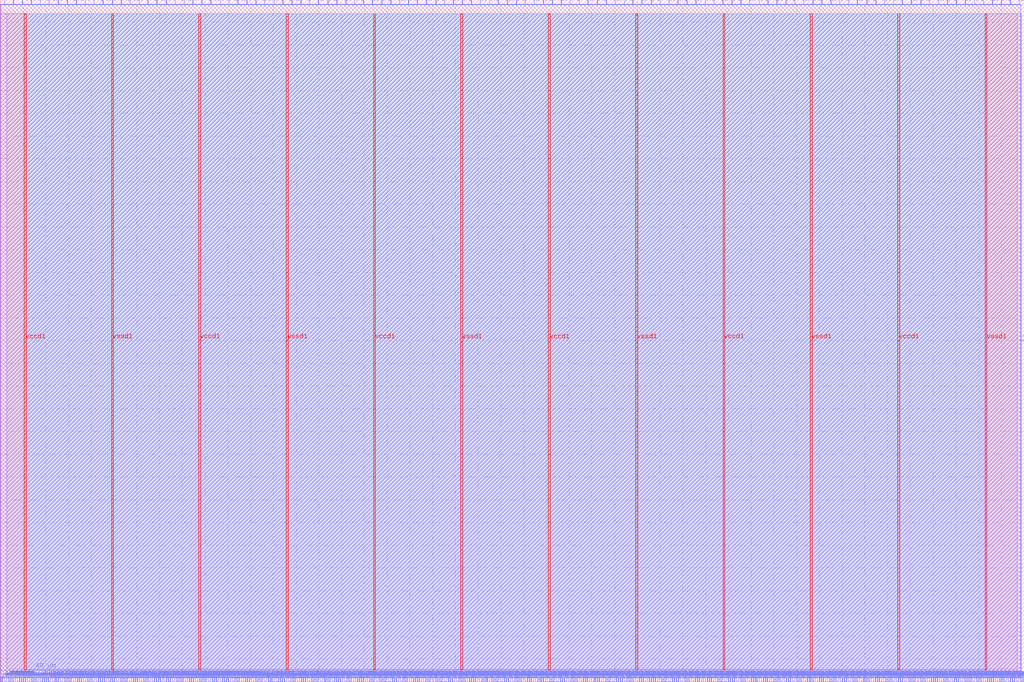
<source format=lef>
VERSION 5.7 ;
  NOWIREEXTENSIONATPIN ON ;
  DIVIDERCHAR "/" ;
  BUSBITCHARS "[]" ;
MACRO user_proj_example
  CLASS BLOCK ;
  FOREIGN user_proj_example ;
  ORIGIN 0.000 0.000 ;
  SIZE 900.000 BY 600.000 ;
  PIN io_in[0]
    DIRECTION INPUT ;
    USE SIGNAL ;
    PORT
      LAYER met2 ;
        RECT 3.770 596.000 4.050 600.000 ;
    END
  END io_in[0]
  PIN io_in[10]
    DIRECTION INPUT ;
    USE SIGNAL ;
    PORT
      LAYER met2 ;
        RECT 240.670 596.000 240.950 600.000 ;
    END
  END io_in[10]
  PIN io_in[11]
    DIRECTION INPUT ;
    USE SIGNAL ;
    PORT
      LAYER met2 ;
        RECT 264.130 596.000 264.410 600.000 ;
    END
  END io_in[11]
  PIN io_in[12]
    DIRECTION INPUT ;
    USE SIGNAL ;
    PORT
      LAYER met2 ;
        RECT 288.050 596.000 288.330 600.000 ;
    END
  END io_in[12]
  PIN io_in[13]
    DIRECTION INPUT ;
    USE SIGNAL ;
    PORT
      LAYER met2 ;
        RECT 311.510 596.000 311.790 600.000 ;
    END
  END io_in[13]
  PIN io_in[14]
    DIRECTION INPUT ;
    USE SIGNAL ;
    PORT
      LAYER met2 ;
        RECT 335.430 596.000 335.710 600.000 ;
    END
  END io_in[14]
  PIN io_in[15]
    DIRECTION INPUT ;
    USE SIGNAL ;
    PORT
      LAYER met2 ;
        RECT 358.890 596.000 359.170 600.000 ;
    END
  END io_in[15]
  PIN io_in[16]
    DIRECTION INPUT ;
    USE SIGNAL ;
    PORT
      LAYER met2 ;
        RECT 382.810 596.000 383.090 600.000 ;
    END
  END io_in[16]
  PIN io_in[17]
    DIRECTION INPUT ;
    USE SIGNAL ;
    PORT
      LAYER met2 ;
        RECT 406.270 596.000 406.550 600.000 ;
    END
  END io_in[17]
  PIN io_in[18]
    DIRECTION INPUT ;
    USE SIGNAL ;
    PORT
      LAYER met2 ;
        RECT 430.190 596.000 430.470 600.000 ;
    END
  END io_in[18]
  PIN io_in[19]
    DIRECTION INPUT ;
    USE SIGNAL ;
    PORT
      LAYER met2 ;
        RECT 453.650 596.000 453.930 600.000 ;
    END
  END io_in[19]
  PIN io_in[1]
    DIRECTION INPUT ;
    USE SIGNAL ;
    PORT
      LAYER met2 ;
        RECT 27.230 596.000 27.510 600.000 ;
    END
  END io_in[1]
  PIN io_in[20]
    DIRECTION INPUT ;
    USE SIGNAL ;
    PORT
      LAYER met2 ;
        RECT 477.570 596.000 477.850 600.000 ;
    END
  END io_in[20]
  PIN io_in[21]
    DIRECTION INPUT ;
    USE SIGNAL ;
    PORT
      LAYER met2 ;
        RECT 501.030 596.000 501.310 600.000 ;
    END
  END io_in[21]
  PIN io_in[22]
    DIRECTION INPUT ;
    USE SIGNAL ;
    PORT
      LAYER met2 ;
        RECT 524.950 596.000 525.230 600.000 ;
    END
  END io_in[22]
  PIN io_in[23]
    DIRECTION INPUT ;
    USE SIGNAL ;
    PORT
      LAYER met2 ;
        RECT 548.410 596.000 548.690 600.000 ;
    END
  END io_in[23]
  PIN io_in[24]
    DIRECTION INPUT ;
    USE SIGNAL ;
    PORT
      LAYER met2 ;
        RECT 572.330 596.000 572.610 600.000 ;
    END
  END io_in[24]
  PIN io_in[25]
    DIRECTION INPUT ;
    USE SIGNAL ;
    PORT
      LAYER met2 ;
        RECT 595.790 596.000 596.070 600.000 ;
    END
  END io_in[25]
  PIN io_in[26]
    DIRECTION INPUT ;
    USE SIGNAL ;
    PORT
      LAYER met2 ;
        RECT 619.710 596.000 619.990 600.000 ;
    END
  END io_in[26]
  PIN io_in[27]
    DIRECTION INPUT ;
    USE SIGNAL ;
    PORT
      LAYER met2 ;
        RECT 643.170 596.000 643.450 600.000 ;
    END
  END io_in[27]
  PIN io_in[28]
    DIRECTION INPUT ;
    USE SIGNAL ;
    PORT
      LAYER met2 ;
        RECT 667.090 596.000 667.370 600.000 ;
    END
  END io_in[28]
  PIN io_in[29]
    DIRECTION INPUT ;
    USE SIGNAL ;
    PORT
      LAYER met2 ;
        RECT 690.550 596.000 690.830 600.000 ;
    END
  END io_in[29]
  PIN io_in[2]
    DIRECTION INPUT ;
    USE SIGNAL ;
    PORT
      LAYER met2 ;
        RECT 51.150 596.000 51.430 600.000 ;
    END
  END io_in[2]
  PIN io_in[30]
    DIRECTION INPUT ;
    USE SIGNAL ;
    PORT
      LAYER met2 ;
        RECT 714.470 596.000 714.750 600.000 ;
    END
  END io_in[30]
  PIN io_in[31]
    DIRECTION INPUT ;
    USE SIGNAL ;
    PORT
      LAYER met2 ;
        RECT 737.930 596.000 738.210 600.000 ;
    END
  END io_in[31]
  PIN io_in[32]
    DIRECTION INPUT ;
    USE SIGNAL ;
    PORT
      LAYER met2 ;
        RECT 761.850 596.000 762.130 600.000 ;
    END
  END io_in[32]
  PIN io_in[33]
    DIRECTION INPUT ;
    USE SIGNAL ;
    PORT
      LAYER met2 ;
        RECT 785.310 596.000 785.590 600.000 ;
    END
  END io_in[33]
  PIN io_in[34]
    DIRECTION INPUT ;
    USE SIGNAL ;
    PORT
      LAYER met2 ;
        RECT 809.230 596.000 809.510 600.000 ;
    END
  END io_in[34]
  PIN io_in[35]
    DIRECTION INPUT ;
    USE SIGNAL ;
    PORT
      LAYER met2 ;
        RECT 832.690 596.000 832.970 600.000 ;
    END
  END io_in[35]
  PIN io_in[36]
    DIRECTION INPUT ;
    USE SIGNAL ;
    PORT
      LAYER met2 ;
        RECT 856.610 596.000 856.890 600.000 ;
    END
  END io_in[36]
  PIN io_in[37]
    DIRECTION INPUT ;
    USE SIGNAL ;
    PORT
      LAYER met2 ;
        RECT 880.070 596.000 880.350 600.000 ;
    END
  END io_in[37]
  PIN io_in[3]
    DIRECTION INPUT ;
    USE SIGNAL ;
    PORT
      LAYER met2 ;
        RECT 74.610 596.000 74.890 600.000 ;
    END
  END io_in[3]
  PIN io_in[4]
    DIRECTION INPUT ;
    USE SIGNAL ;
    PORT
      LAYER met2 ;
        RECT 98.530 596.000 98.810 600.000 ;
    END
  END io_in[4]
  PIN io_in[5]
    DIRECTION INPUT ;
    USE SIGNAL ;
    PORT
      LAYER met2 ;
        RECT 121.990 596.000 122.270 600.000 ;
    END
  END io_in[5]
  PIN io_in[6]
    DIRECTION INPUT ;
    USE SIGNAL ;
    PORT
      LAYER met2 ;
        RECT 145.910 596.000 146.190 600.000 ;
    END
  END io_in[6]
  PIN io_in[7]
    DIRECTION INPUT ;
    USE SIGNAL ;
    PORT
      LAYER met2 ;
        RECT 169.370 596.000 169.650 600.000 ;
    END
  END io_in[7]
  PIN io_in[8]
    DIRECTION INPUT ;
    USE SIGNAL ;
    PORT
      LAYER met2 ;
        RECT 193.290 596.000 193.570 600.000 ;
    END
  END io_in[8]
  PIN io_in[9]
    DIRECTION INPUT ;
    USE SIGNAL ;
    PORT
      LAYER met2 ;
        RECT 216.750 596.000 217.030 600.000 ;
    END
  END io_in[9]
  PIN io_oeb[0]
    DIRECTION OUTPUT TRISTATE ;
    USE SIGNAL ;
    PORT
      LAYER met2 ;
        RECT 11.590 596.000 11.870 600.000 ;
    END
  END io_oeb[0]
  PIN io_oeb[10]
    DIRECTION OUTPUT TRISTATE ;
    USE SIGNAL ;
    PORT
      LAYER met2 ;
        RECT 248.490 596.000 248.770 600.000 ;
    END
  END io_oeb[10]
  PIN io_oeb[11]
    DIRECTION OUTPUT TRISTATE ;
    USE SIGNAL ;
    PORT
      LAYER met2 ;
        RECT 271.950 596.000 272.230 600.000 ;
    END
  END io_oeb[11]
  PIN io_oeb[12]
    DIRECTION OUTPUT TRISTATE ;
    USE SIGNAL ;
    PORT
      LAYER met2 ;
        RECT 295.870 596.000 296.150 600.000 ;
    END
  END io_oeb[12]
  PIN io_oeb[13]
    DIRECTION OUTPUT TRISTATE ;
    USE SIGNAL ;
    PORT
      LAYER met2 ;
        RECT 319.330 596.000 319.610 600.000 ;
    END
  END io_oeb[13]
  PIN io_oeb[14]
    DIRECTION OUTPUT TRISTATE ;
    USE SIGNAL ;
    PORT
      LAYER met2 ;
        RECT 343.250 596.000 343.530 600.000 ;
    END
  END io_oeb[14]
  PIN io_oeb[15]
    DIRECTION OUTPUT TRISTATE ;
    USE SIGNAL ;
    PORT
      LAYER met2 ;
        RECT 366.710 596.000 366.990 600.000 ;
    END
  END io_oeb[15]
  PIN io_oeb[16]
    DIRECTION OUTPUT TRISTATE ;
    USE SIGNAL ;
    PORT
      LAYER met2 ;
        RECT 390.630 596.000 390.910 600.000 ;
    END
  END io_oeb[16]
  PIN io_oeb[17]
    DIRECTION OUTPUT TRISTATE ;
    USE SIGNAL ;
    PORT
      LAYER met2 ;
        RECT 414.090 596.000 414.370 600.000 ;
    END
  END io_oeb[17]
  PIN io_oeb[18]
    DIRECTION OUTPUT TRISTATE ;
    USE SIGNAL ;
    PORT
      LAYER met2 ;
        RECT 438.010 596.000 438.290 600.000 ;
    END
  END io_oeb[18]
  PIN io_oeb[19]
    DIRECTION OUTPUT TRISTATE ;
    USE SIGNAL ;
    PORT
      LAYER met2 ;
        RECT 461.470 596.000 461.750 600.000 ;
    END
  END io_oeb[19]
  PIN io_oeb[1]
    DIRECTION OUTPUT TRISTATE ;
    USE SIGNAL ;
    PORT
      LAYER met2 ;
        RECT 35.050 596.000 35.330 600.000 ;
    END
  END io_oeb[1]
  PIN io_oeb[20]
    DIRECTION OUTPUT TRISTATE ;
    USE SIGNAL ;
    PORT
      LAYER met2 ;
        RECT 485.390 596.000 485.670 600.000 ;
    END
  END io_oeb[20]
  PIN io_oeb[21]
    DIRECTION OUTPUT TRISTATE ;
    USE SIGNAL ;
    PORT
      LAYER met2 ;
        RECT 508.850 596.000 509.130 600.000 ;
    END
  END io_oeb[21]
  PIN io_oeb[22]
    DIRECTION OUTPUT TRISTATE ;
    USE SIGNAL ;
    PORT
      LAYER met2 ;
        RECT 532.770 596.000 533.050 600.000 ;
    END
  END io_oeb[22]
  PIN io_oeb[23]
    DIRECTION OUTPUT TRISTATE ;
    USE SIGNAL ;
    PORT
      LAYER met2 ;
        RECT 556.230 596.000 556.510 600.000 ;
    END
  END io_oeb[23]
  PIN io_oeb[24]
    DIRECTION OUTPUT TRISTATE ;
    USE SIGNAL ;
    PORT
      LAYER met2 ;
        RECT 580.150 596.000 580.430 600.000 ;
    END
  END io_oeb[24]
  PIN io_oeb[25]
    DIRECTION OUTPUT TRISTATE ;
    USE SIGNAL ;
    PORT
      LAYER met2 ;
        RECT 603.610 596.000 603.890 600.000 ;
    END
  END io_oeb[25]
  PIN io_oeb[26]
    DIRECTION OUTPUT TRISTATE ;
    USE SIGNAL ;
    PORT
      LAYER met2 ;
        RECT 627.530 596.000 627.810 600.000 ;
    END
  END io_oeb[26]
  PIN io_oeb[27]
    DIRECTION OUTPUT TRISTATE ;
    USE SIGNAL ;
    PORT
      LAYER met2 ;
        RECT 650.990 596.000 651.270 600.000 ;
    END
  END io_oeb[27]
  PIN io_oeb[28]
    DIRECTION OUTPUT TRISTATE ;
    USE SIGNAL ;
    PORT
      LAYER met2 ;
        RECT 674.910 596.000 675.190 600.000 ;
    END
  END io_oeb[28]
  PIN io_oeb[29]
    DIRECTION OUTPUT TRISTATE ;
    USE SIGNAL ;
    PORT
      LAYER met2 ;
        RECT 698.370 596.000 698.650 600.000 ;
    END
  END io_oeb[29]
  PIN io_oeb[2]
    DIRECTION OUTPUT TRISTATE ;
    USE SIGNAL ;
    PORT
      LAYER met2 ;
        RECT 58.970 596.000 59.250 600.000 ;
    END
  END io_oeb[2]
  PIN io_oeb[30]
    DIRECTION OUTPUT TRISTATE ;
    USE SIGNAL ;
    PORT
      LAYER met2 ;
        RECT 722.290 596.000 722.570 600.000 ;
    END
  END io_oeb[30]
  PIN io_oeb[31]
    DIRECTION OUTPUT TRISTATE ;
    USE SIGNAL ;
    PORT
      LAYER met2 ;
        RECT 745.750 596.000 746.030 600.000 ;
    END
  END io_oeb[31]
  PIN io_oeb[32]
    DIRECTION OUTPUT TRISTATE ;
    USE SIGNAL ;
    PORT
      LAYER met2 ;
        RECT 769.670 596.000 769.950 600.000 ;
    END
  END io_oeb[32]
  PIN io_oeb[33]
    DIRECTION OUTPUT TRISTATE ;
    USE SIGNAL ;
    PORT
      LAYER met2 ;
        RECT 793.130 596.000 793.410 600.000 ;
    END
  END io_oeb[33]
  PIN io_oeb[34]
    DIRECTION OUTPUT TRISTATE ;
    USE SIGNAL ;
    PORT
      LAYER met2 ;
        RECT 817.050 596.000 817.330 600.000 ;
    END
  END io_oeb[34]
  PIN io_oeb[35]
    DIRECTION OUTPUT TRISTATE ;
    USE SIGNAL ;
    PORT
      LAYER met2 ;
        RECT 840.510 596.000 840.790 600.000 ;
    END
  END io_oeb[35]
  PIN io_oeb[36]
    DIRECTION OUTPUT TRISTATE ;
    USE SIGNAL ;
    PORT
      LAYER met2 ;
        RECT 864.430 596.000 864.710 600.000 ;
    END
  END io_oeb[36]
  PIN io_oeb[37]
    DIRECTION OUTPUT TRISTATE ;
    USE SIGNAL ;
    PORT
      LAYER met2 ;
        RECT 887.890 596.000 888.170 600.000 ;
    END
  END io_oeb[37]
  PIN io_oeb[3]
    DIRECTION OUTPUT TRISTATE ;
    USE SIGNAL ;
    PORT
      LAYER met2 ;
        RECT 82.430 596.000 82.710 600.000 ;
    END
  END io_oeb[3]
  PIN io_oeb[4]
    DIRECTION OUTPUT TRISTATE ;
    USE SIGNAL ;
    PORT
      LAYER met2 ;
        RECT 106.350 596.000 106.630 600.000 ;
    END
  END io_oeb[4]
  PIN io_oeb[5]
    DIRECTION OUTPUT TRISTATE ;
    USE SIGNAL ;
    PORT
      LAYER met2 ;
        RECT 129.810 596.000 130.090 600.000 ;
    END
  END io_oeb[5]
  PIN io_oeb[6]
    DIRECTION OUTPUT TRISTATE ;
    USE SIGNAL ;
    PORT
      LAYER met2 ;
        RECT 153.730 596.000 154.010 600.000 ;
    END
  END io_oeb[6]
  PIN io_oeb[7]
    DIRECTION OUTPUT TRISTATE ;
    USE SIGNAL ;
    PORT
      LAYER met2 ;
        RECT 177.190 596.000 177.470 600.000 ;
    END
  END io_oeb[7]
  PIN io_oeb[8]
    DIRECTION OUTPUT TRISTATE ;
    USE SIGNAL ;
    PORT
      LAYER met2 ;
        RECT 201.110 596.000 201.390 600.000 ;
    END
  END io_oeb[8]
  PIN io_oeb[9]
    DIRECTION OUTPUT TRISTATE ;
    USE SIGNAL ;
    PORT
      LAYER met2 ;
        RECT 224.570 596.000 224.850 600.000 ;
    END
  END io_oeb[9]
  PIN io_out[0]
    DIRECTION OUTPUT TRISTATE ;
    USE SIGNAL ;
    PORT
      LAYER met2 ;
        RECT 19.410 596.000 19.690 600.000 ;
    END
  END io_out[0]
  PIN io_out[10]
    DIRECTION OUTPUT TRISTATE ;
    USE SIGNAL ;
    PORT
      LAYER met2 ;
        RECT 256.310 596.000 256.590 600.000 ;
    END
  END io_out[10]
  PIN io_out[11]
    DIRECTION OUTPUT TRISTATE ;
    USE SIGNAL ;
    PORT
      LAYER met2 ;
        RECT 279.770 596.000 280.050 600.000 ;
    END
  END io_out[11]
  PIN io_out[12]
    DIRECTION OUTPUT TRISTATE ;
    USE SIGNAL ;
    PORT
      LAYER met2 ;
        RECT 303.690 596.000 303.970 600.000 ;
    END
  END io_out[12]
  PIN io_out[13]
    DIRECTION OUTPUT TRISTATE ;
    USE SIGNAL ;
    PORT
      LAYER met2 ;
        RECT 327.150 596.000 327.430 600.000 ;
    END
  END io_out[13]
  PIN io_out[14]
    DIRECTION OUTPUT TRISTATE ;
    USE SIGNAL ;
    PORT
      LAYER met2 ;
        RECT 351.070 596.000 351.350 600.000 ;
    END
  END io_out[14]
  PIN io_out[15]
    DIRECTION OUTPUT TRISTATE ;
    USE SIGNAL ;
    PORT
      LAYER met2 ;
        RECT 374.530 596.000 374.810 600.000 ;
    END
  END io_out[15]
  PIN io_out[16]
    DIRECTION OUTPUT TRISTATE ;
    USE SIGNAL ;
    PORT
      LAYER met2 ;
        RECT 398.450 596.000 398.730 600.000 ;
    END
  END io_out[16]
  PIN io_out[17]
    DIRECTION OUTPUT TRISTATE ;
    USE SIGNAL ;
    PORT
      LAYER met2 ;
        RECT 421.910 596.000 422.190 600.000 ;
    END
  END io_out[17]
  PIN io_out[18]
    DIRECTION OUTPUT TRISTATE ;
    USE SIGNAL ;
    PORT
      LAYER met2 ;
        RECT 445.830 596.000 446.110 600.000 ;
    END
  END io_out[18]
  PIN io_out[19]
    DIRECTION OUTPUT TRISTATE ;
    USE SIGNAL ;
    PORT
      LAYER met2 ;
        RECT 469.290 596.000 469.570 600.000 ;
    END
  END io_out[19]
  PIN io_out[1]
    DIRECTION OUTPUT TRISTATE ;
    USE SIGNAL ;
    PORT
      LAYER met2 ;
        RECT 42.870 596.000 43.150 600.000 ;
    END
  END io_out[1]
  PIN io_out[20]
    DIRECTION OUTPUT TRISTATE ;
    USE SIGNAL ;
    PORT
      LAYER met2 ;
        RECT 493.210 596.000 493.490 600.000 ;
    END
  END io_out[20]
  PIN io_out[21]
    DIRECTION OUTPUT TRISTATE ;
    USE SIGNAL ;
    PORT
      LAYER met2 ;
        RECT 516.670 596.000 516.950 600.000 ;
    END
  END io_out[21]
  PIN io_out[22]
    DIRECTION OUTPUT TRISTATE ;
    USE SIGNAL ;
    PORT
      LAYER met2 ;
        RECT 540.590 596.000 540.870 600.000 ;
    END
  END io_out[22]
  PIN io_out[23]
    DIRECTION OUTPUT TRISTATE ;
    USE SIGNAL ;
    PORT
      LAYER met2 ;
        RECT 564.050 596.000 564.330 600.000 ;
    END
  END io_out[23]
  PIN io_out[24]
    DIRECTION OUTPUT TRISTATE ;
    USE SIGNAL ;
    PORT
      LAYER met2 ;
        RECT 587.970 596.000 588.250 600.000 ;
    END
  END io_out[24]
  PIN io_out[25]
    DIRECTION OUTPUT TRISTATE ;
    USE SIGNAL ;
    PORT
      LAYER met2 ;
        RECT 611.430 596.000 611.710 600.000 ;
    END
  END io_out[25]
  PIN io_out[26]
    DIRECTION OUTPUT TRISTATE ;
    USE SIGNAL ;
    PORT
      LAYER met2 ;
        RECT 635.350 596.000 635.630 600.000 ;
    END
  END io_out[26]
  PIN io_out[27]
    DIRECTION OUTPUT TRISTATE ;
    USE SIGNAL ;
    PORT
      LAYER met2 ;
        RECT 658.810 596.000 659.090 600.000 ;
    END
  END io_out[27]
  PIN io_out[28]
    DIRECTION OUTPUT TRISTATE ;
    USE SIGNAL ;
    PORT
      LAYER met2 ;
        RECT 682.730 596.000 683.010 600.000 ;
    END
  END io_out[28]
  PIN io_out[29]
    DIRECTION OUTPUT TRISTATE ;
    USE SIGNAL ;
    PORT
      LAYER met2 ;
        RECT 706.190 596.000 706.470 600.000 ;
    END
  END io_out[29]
  PIN io_out[2]
    DIRECTION OUTPUT TRISTATE ;
    USE SIGNAL ;
    PORT
      LAYER met2 ;
        RECT 66.790 596.000 67.070 600.000 ;
    END
  END io_out[2]
  PIN io_out[30]
    DIRECTION OUTPUT TRISTATE ;
    USE SIGNAL ;
    PORT
      LAYER met2 ;
        RECT 730.110 596.000 730.390 600.000 ;
    END
  END io_out[30]
  PIN io_out[31]
    DIRECTION OUTPUT TRISTATE ;
    USE SIGNAL ;
    PORT
      LAYER met2 ;
        RECT 753.570 596.000 753.850 600.000 ;
    END
  END io_out[31]
  PIN io_out[32]
    DIRECTION OUTPUT TRISTATE ;
    USE SIGNAL ;
    PORT
      LAYER met2 ;
        RECT 777.490 596.000 777.770 600.000 ;
    END
  END io_out[32]
  PIN io_out[33]
    DIRECTION OUTPUT TRISTATE ;
    USE SIGNAL ;
    PORT
      LAYER met2 ;
        RECT 800.950 596.000 801.230 600.000 ;
    END
  END io_out[33]
  PIN io_out[34]
    DIRECTION OUTPUT TRISTATE ;
    USE SIGNAL ;
    PORT
      LAYER met2 ;
        RECT 824.870 596.000 825.150 600.000 ;
    END
  END io_out[34]
  PIN io_out[35]
    DIRECTION OUTPUT TRISTATE ;
    USE SIGNAL ;
    PORT
      LAYER met2 ;
        RECT 848.330 596.000 848.610 600.000 ;
    END
  END io_out[35]
  PIN io_out[36]
    DIRECTION OUTPUT TRISTATE ;
    USE SIGNAL ;
    PORT
      LAYER met2 ;
        RECT 872.250 596.000 872.530 600.000 ;
    END
  END io_out[36]
  PIN io_out[37]
    DIRECTION OUTPUT TRISTATE ;
    USE SIGNAL ;
    PORT
      LAYER met2 ;
        RECT 895.710 596.000 895.990 600.000 ;
    END
  END io_out[37]
  PIN io_out[3]
    DIRECTION OUTPUT TRISTATE ;
    USE SIGNAL ;
    PORT
      LAYER met2 ;
        RECT 90.250 596.000 90.530 600.000 ;
    END
  END io_out[3]
  PIN io_out[4]
    DIRECTION OUTPUT TRISTATE ;
    USE SIGNAL ;
    PORT
      LAYER met2 ;
        RECT 114.170 596.000 114.450 600.000 ;
    END
  END io_out[4]
  PIN io_out[5]
    DIRECTION OUTPUT TRISTATE ;
    USE SIGNAL ;
    PORT
      LAYER met2 ;
        RECT 137.630 596.000 137.910 600.000 ;
    END
  END io_out[5]
  PIN io_out[6]
    DIRECTION OUTPUT TRISTATE ;
    USE SIGNAL ;
    PORT
      LAYER met2 ;
        RECT 161.550 596.000 161.830 600.000 ;
    END
  END io_out[6]
  PIN io_out[7]
    DIRECTION OUTPUT TRISTATE ;
    USE SIGNAL ;
    PORT
      LAYER met2 ;
        RECT 185.010 596.000 185.290 600.000 ;
    END
  END io_out[7]
  PIN io_out[8]
    DIRECTION OUTPUT TRISTATE ;
    USE SIGNAL ;
    PORT
      LAYER met2 ;
        RECT 208.930 596.000 209.210 600.000 ;
    END
  END io_out[8]
  PIN io_out[9]
    DIRECTION OUTPUT TRISTATE ;
    USE SIGNAL ;
    PORT
      LAYER met2 ;
        RECT 232.390 596.000 232.670 600.000 ;
    END
  END io_out[9]
  PIN irq[0]
    DIRECTION OUTPUT TRISTATE ;
    USE SIGNAL ;
    PORT
      LAYER met2 ;
        RECT 893.410 0.000 893.690 4.000 ;
    END
  END irq[0]
  PIN irq[1]
    DIRECTION OUTPUT TRISTATE ;
    USE SIGNAL ;
    PORT
      LAYER met2 ;
        RECT 895.250 0.000 895.530 4.000 ;
    END
  END irq[1]
  PIN irq[2]
    DIRECTION OUTPUT TRISTATE ;
    USE SIGNAL ;
    PORT
      LAYER met2 ;
        RECT 897.090 0.000 897.370 4.000 ;
    END
  END irq[2]
  PIN la_data_in[0]
    DIRECTION INPUT ;
    USE SIGNAL ;
    PORT
      LAYER met2 ;
        RECT 193.290 0.000 193.570 4.000 ;
    END
  END la_data_in[0]
  PIN la_data_in[100]
    DIRECTION INPUT ;
    USE SIGNAL ;
    PORT
      LAYER met2 ;
        RECT 740.230 0.000 740.510 4.000 ;
    END
  END la_data_in[100]
  PIN la_data_in[101]
    DIRECTION INPUT ;
    USE SIGNAL ;
    PORT
      LAYER met2 ;
        RECT 745.750 0.000 746.030 4.000 ;
    END
  END la_data_in[101]
  PIN la_data_in[102]
    DIRECTION INPUT ;
    USE SIGNAL ;
    PORT
      LAYER met2 ;
        RECT 751.270 0.000 751.550 4.000 ;
    END
  END la_data_in[102]
  PIN la_data_in[103]
    DIRECTION INPUT ;
    USE SIGNAL ;
    PORT
      LAYER met2 ;
        RECT 756.790 0.000 757.070 4.000 ;
    END
  END la_data_in[103]
  PIN la_data_in[104]
    DIRECTION INPUT ;
    USE SIGNAL ;
    PORT
      LAYER met2 ;
        RECT 761.850 0.000 762.130 4.000 ;
    END
  END la_data_in[104]
  PIN la_data_in[105]
    DIRECTION INPUT ;
    USE SIGNAL ;
    PORT
      LAYER met2 ;
        RECT 767.370 0.000 767.650 4.000 ;
    END
  END la_data_in[105]
  PIN la_data_in[106]
    DIRECTION INPUT ;
    USE SIGNAL ;
    PORT
      LAYER met2 ;
        RECT 772.890 0.000 773.170 4.000 ;
    END
  END la_data_in[106]
  PIN la_data_in[107]
    DIRECTION INPUT ;
    USE SIGNAL ;
    PORT
      LAYER met2 ;
        RECT 778.410 0.000 778.690 4.000 ;
    END
  END la_data_in[107]
  PIN la_data_in[108]
    DIRECTION INPUT ;
    USE SIGNAL ;
    PORT
      LAYER met2 ;
        RECT 783.930 0.000 784.210 4.000 ;
    END
  END la_data_in[108]
  PIN la_data_in[109]
    DIRECTION INPUT ;
    USE SIGNAL ;
    PORT
      LAYER met2 ;
        RECT 789.450 0.000 789.730 4.000 ;
    END
  END la_data_in[109]
  PIN la_data_in[10]
    DIRECTION INPUT ;
    USE SIGNAL ;
    PORT
      LAYER met2 ;
        RECT 248.030 0.000 248.310 4.000 ;
    END
  END la_data_in[10]
  PIN la_data_in[110]
    DIRECTION INPUT ;
    USE SIGNAL ;
    PORT
      LAYER met2 ;
        RECT 794.970 0.000 795.250 4.000 ;
    END
  END la_data_in[110]
  PIN la_data_in[111]
    DIRECTION INPUT ;
    USE SIGNAL ;
    PORT
      LAYER met2 ;
        RECT 800.490 0.000 800.770 4.000 ;
    END
  END la_data_in[111]
  PIN la_data_in[112]
    DIRECTION INPUT ;
    USE SIGNAL ;
    PORT
      LAYER met2 ;
        RECT 806.010 0.000 806.290 4.000 ;
    END
  END la_data_in[112]
  PIN la_data_in[113]
    DIRECTION INPUT ;
    USE SIGNAL ;
    PORT
      LAYER met2 ;
        RECT 811.070 0.000 811.350 4.000 ;
    END
  END la_data_in[113]
  PIN la_data_in[114]
    DIRECTION INPUT ;
    USE SIGNAL ;
    PORT
      LAYER met2 ;
        RECT 816.590 0.000 816.870 4.000 ;
    END
  END la_data_in[114]
  PIN la_data_in[115]
    DIRECTION INPUT ;
    USE SIGNAL ;
    PORT
      LAYER met2 ;
        RECT 822.110 0.000 822.390 4.000 ;
    END
  END la_data_in[115]
  PIN la_data_in[116]
    DIRECTION INPUT ;
    USE SIGNAL ;
    PORT
      LAYER met2 ;
        RECT 827.630 0.000 827.910 4.000 ;
    END
  END la_data_in[116]
  PIN la_data_in[117]
    DIRECTION INPUT ;
    USE SIGNAL ;
    PORT
      LAYER met2 ;
        RECT 833.150 0.000 833.430 4.000 ;
    END
  END la_data_in[117]
  PIN la_data_in[118]
    DIRECTION INPUT ;
    USE SIGNAL ;
    PORT
      LAYER met2 ;
        RECT 838.670 0.000 838.950 4.000 ;
    END
  END la_data_in[118]
  PIN la_data_in[119]
    DIRECTION INPUT ;
    USE SIGNAL ;
    PORT
      LAYER met2 ;
        RECT 844.190 0.000 844.470 4.000 ;
    END
  END la_data_in[119]
  PIN la_data_in[11]
    DIRECTION INPUT ;
    USE SIGNAL ;
    PORT
      LAYER met2 ;
        RECT 253.550 0.000 253.830 4.000 ;
    END
  END la_data_in[11]
  PIN la_data_in[120]
    DIRECTION INPUT ;
    USE SIGNAL ;
    PORT
      LAYER met2 ;
        RECT 849.710 0.000 849.990 4.000 ;
    END
  END la_data_in[120]
  PIN la_data_in[121]
    DIRECTION INPUT ;
    USE SIGNAL ;
    PORT
      LAYER met2 ;
        RECT 854.770 0.000 855.050 4.000 ;
    END
  END la_data_in[121]
  PIN la_data_in[122]
    DIRECTION INPUT ;
    USE SIGNAL ;
    PORT
      LAYER met2 ;
        RECT 860.290 0.000 860.570 4.000 ;
    END
  END la_data_in[122]
  PIN la_data_in[123]
    DIRECTION INPUT ;
    USE SIGNAL ;
    PORT
      LAYER met2 ;
        RECT 865.810 0.000 866.090 4.000 ;
    END
  END la_data_in[123]
  PIN la_data_in[124]
    DIRECTION INPUT ;
    USE SIGNAL ;
    PORT
      LAYER met2 ;
        RECT 871.330 0.000 871.610 4.000 ;
    END
  END la_data_in[124]
  PIN la_data_in[125]
    DIRECTION INPUT ;
    USE SIGNAL ;
    PORT
      LAYER met2 ;
        RECT 876.850 0.000 877.130 4.000 ;
    END
  END la_data_in[125]
  PIN la_data_in[126]
    DIRECTION INPUT ;
    USE SIGNAL ;
    PORT
      LAYER met2 ;
        RECT 882.370 0.000 882.650 4.000 ;
    END
  END la_data_in[126]
  PIN la_data_in[127]
    DIRECTION INPUT ;
    USE SIGNAL ;
    PORT
      LAYER met2 ;
        RECT 887.890 0.000 888.170 4.000 ;
    END
  END la_data_in[127]
  PIN la_data_in[12]
    DIRECTION INPUT ;
    USE SIGNAL ;
    PORT
      LAYER met2 ;
        RECT 259.070 0.000 259.350 4.000 ;
    END
  END la_data_in[12]
  PIN la_data_in[13]
    DIRECTION INPUT ;
    USE SIGNAL ;
    PORT
      LAYER met2 ;
        RECT 264.590 0.000 264.870 4.000 ;
    END
  END la_data_in[13]
  PIN la_data_in[14]
    DIRECTION INPUT ;
    USE SIGNAL ;
    PORT
      LAYER met2 ;
        RECT 270.110 0.000 270.390 4.000 ;
    END
  END la_data_in[14]
  PIN la_data_in[15]
    DIRECTION INPUT ;
    USE SIGNAL ;
    PORT
      LAYER met2 ;
        RECT 275.630 0.000 275.910 4.000 ;
    END
  END la_data_in[15]
  PIN la_data_in[16]
    DIRECTION INPUT ;
    USE SIGNAL ;
    PORT
      LAYER met2 ;
        RECT 281.150 0.000 281.430 4.000 ;
    END
  END la_data_in[16]
  PIN la_data_in[17]
    DIRECTION INPUT ;
    USE SIGNAL ;
    PORT
      LAYER met2 ;
        RECT 286.210 0.000 286.490 4.000 ;
    END
  END la_data_in[17]
  PIN la_data_in[18]
    DIRECTION INPUT ;
    USE SIGNAL ;
    PORT
      LAYER met2 ;
        RECT 291.730 0.000 292.010 4.000 ;
    END
  END la_data_in[18]
  PIN la_data_in[19]
    DIRECTION INPUT ;
    USE SIGNAL ;
    PORT
      LAYER met2 ;
        RECT 297.250 0.000 297.530 4.000 ;
    END
  END la_data_in[19]
  PIN la_data_in[1]
    DIRECTION INPUT ;
    USE SIGNAL ;
    PORT
      LAYER met2 ;
        RECT 198.810 0.000 199.090 4.000 ;
    END
  END la_data_in[1]
  PIN la_data_in[20]
    DIRECTION INPUT ;
    USE SIGNAL ;
    PORT
      LAYER met2 ;
        RECT 302.770 0.000 303.050 4.000 ;
    END
  END la_data_in[20]
  PIN la_data_in[21]
    DIRECTION INPUT ;
    USE SIGNAL ;
    PORT
      LAYER met2 ;
        RECT 308.290 0.000 308.570 4.000 ;
    END
  END la_data_in[21]
  PIN la_data_in[22]
    DIRECTION INPUT ;
    USE SIGNAL ;
    PORT
      LAYER met2 ;
        RECT 313.810 0.000 314.090 4.000 ;
    END
  END la_data_in[22]
  PIN la_data_in[23]
    DIRECTION INPUT ;
    USE SIGNAL ;
    PORT
      LAYER met2 ;
        RECT 319.330 0.000 319.610 4.000 ;
    END
  END la_data_in[23]
  PIN la_data_in[24]
    DIRECTION INPUT ;
    USE SIGNAL ;
    PORT
      LAYER met2 ;
        RECT 324.850 0.000 325.130 4.000 ;
    END
  END la_data_in[24]
  PIN la_data_in[25]
    DIRECTION INPUT ;
    USE SIGNAL ;
    PORT
      LAYER met2 ;
        RECT 330.370 0.000 330.650 4.000 ;
    END
  END la_data_in[25]
  PIN la_data_in[26]
    DIRECTION INPUT ;
    USE SIGNAL ;
    PORT
      LAYER met2 ;
        RECT 335.430 0.000 335.710 4.000 ;
    END
  END la_data_in[26]
  PIN la_data_in[27]
    DIRECTION INPUT ;
    USE SIGNAL ;
    PORT
      LAYER met2 ;
        RECT 340.950 0.000 341.230 4.000 ;
    END
  END la_data_in[27]
  PIN la_data_in[28]
    DIRECTION INPUT ;
    USE SIGNAL ;
    PORT
      LAYER met2 ;
        RECT 346.470 0.000 346.750 4.000 ;
    END
  END la_data_in[28]
  PIN la_data_in[29]
    DIRECTION INPUT ;
    USE SIGNAL ;
    PORT
      LAYER met2 ;
        RECT 351.990 0.000 352.270 4.000 ;
    END
  END la_data_in[29]
  PIN la_data_in[2]
    DIRECTION INPUT ;
    USE SIGNAL ;
    PORT
      LAYER met2 ;
        RECT 204.330 0.000 204.610 4.000 ;
    END
  END la_data_in[2]
  PIN la_data_in[30]
    DIRECTION INPUT ;
    USE SIGNAL ;
    PORT
      LAYER met2 ;
        RECT 357.510 0.000 357.790 4.000 ;
    END
  END la_data_in[30]
  PIN la_data_in[31]
    DIRECTION INPUT ;
    USE SIGNAL ;
    PORT
      LAYER met2 ;
        RECT 363.030 0.000 363.310 4.000 ;
    END
  END la_data_in[31]
  PIN la_data_in[32]
    DIRECTION INPUT ;
    USE SIGNAL ;
    PORT
      LAYER met2 ;
        RECT 368.550 0.000 368.830 4.000 ;
    END
  END la_data_in[32]
  PIN la_data_in[33]
    DIRECTION INPUT ;
    USE SIGNAL ;
    PORT
      LAYER met2 ;
        RECT 374.070 0.000 374.350 4.000 ;
    END
  END la_data_in[33]
  PIN la_data_in[34]
    DIRECTION INPUT ;
    USE SIGNAL ;
    PORT
      LAYER met2 ;
        RECT 379.590 0.000 379.870 4.000 ;
    END
  END la_data_in[34]
  PIN la_data_in[35]
    DIRECTION INPUT ;
    USE SIGNAL ;
    PORT
      LAYER met2 ;
        RECT 384.650 0.000 384.930 4.000 ;
    END
  END la_data_in[35]
  PIN la_data_in[36]
    DIRECTION INPUT ;
    USE SIGNAL ;
    PORT
      LAYER met2 ;
        RECT 390.170 0.000 390.450 4.000 ;
    END
  END la_data_in[36]
  PIN la_data_in[37]
    DIRECTION INPUT ;
    USE SIGNAL ;
    PORT
      LAYER met2 ;
        RECT 395.690 0.000 395.970 4.000 ;
    END
  END la_data_in[37]
  PIN la_data_in[38]
    DIRECTION INPUT ;
    USE SIGNAL ;
    PORT
      LAYER met2 ;
        RECT 401.210 0.000 401.490 4.000 ;
    END
  END la_data_in[38]
  PIN la_data_in[39]
    DIRECTION INPUT ;
    USE SIGNAL ;
    PORT
      LAYER met2 ;
        RECT 406.730 0.000 407.010 4.000 ;
    END
  END la_data_in[39]
  PIN la_data_in[3]
    DIRECTION INPUT ;
    USE SIGNAL ;
    PORT
      LAYER met2 ;
        RECT 209.850 0.000 210.130 4.000 ;
    END
  END la_data_in[3]
  PIN la_data_in[40]
    DIRECTION INPUT ;
    USE SIGNAL ;
    PORT
      LAYER met2 ;
        RECT 412.250 0.000 412.530 4.000 ;
    END
  END la_data_in[40]
  PIN la_data_in[41]
    DIRECTION INPUT ;
    USE SIGNAL ;
    PORT
      LAYER met2 ;
        RECT 417.770 0.000 418.050 4.000 ;
    END
  END la_data_in[41]
  PIN la_data_in[42]
    DIRECTION INPUT ;
    USE SIGNAL ;
    PORT
      LAYER met2 ;
        RECT 423.290 0.000 423.570 4.000 ;
    END
  END la_data_in[42]
  PIN la_data_in[43]
    DIRECTION INPUT ;
    USE SIGNAL ;
    PORT
      LAYER met2 ;
        RECT 428.350 0.000 428.630 4.000 ;
    END
  END la_data_in[43]
  PIN la_data_in[44]
    DIRECTION INPUT ;
    USE SIGNAL ;
    PORT
      LAYER met2 ;
        RECT 433.870 0.000 434.150 4.000 ;
    END
  END la_data_in[44]
  PIN la_data_in[45]
    DIRECTION INPUT ;
    USE SIGNAL ;
    PORT
      LAYER met2 ;
        RECT 439.390 0.000 439.670 4.000 ;
    END
  END la_data_in[45]
  PIN la_data_in[46]
    DIRECTION INPUT ;
    USE SIGNAL ;
    PORT
      LAYER met2 ;
        RECT 444.910 0.000 445.190 4.000 ;
    END
  END la_data_in[46]
  PIN la_data_in[47]
    DIRECTION INPUT ;
    USE SIGNAL ;
    PORT
      LAYER met2 ;
        RECT 450.430 0.000 450.710 4.000 ;
    END
  END la_data_in[47]
  PIN la_data_in[48]
    DIRECTION INPUT ;
    USE SIGNAL ;
    PORT
      LAYER met2 ;
        RECT 455.950 0.000 456.230 4.000 ;
    END
  END la_data_in[48]
  PIN la_data_in[49]
    DIRECTION INPUT ;
    USE SIGNAL ;
    PORT
      LAYER met2 ;
        RECT 461.470 0.000 461.750 4.000 ;
    END
  END la_data_in[49]
  PIN la_data_in[4]
    DIRECTION INPUT ;
    USE SIGNAL ;
    PORT
      LAYER met2 ;
        RECT 215.370 0.000 215.650 4.000 ;
    END
  END la_data_in[4]
  PIN la_data_in[50]
    DIRECTION INPUT ;
    USE SIGNAL ;
    PORT
      LAYER met2 ;
        RECT 466.990 0.000 467.270 4.000 ;
    END
  END la_data_in[50]
  PIN la_data_in[51]
    DIRECTION INPUT ;
    USE SIGNAL ;
    PORT
      LAYER met2 ;
        RECT 472.510 0.000 472.790 4.000 ;
    END
  END la_data_in[51]
  PIN la_data_in[52]
    DIRECTION INPUT ;
    USE SIGNAL ;
    PORT
      LAYER met2 ;
        RECT 477.570 0.000 477.850 4.000 ;
    END
  END la_data_in[52]
  PIN la_data_in[53]
    DIRECTION INPUT ;
    USE SIGNAL ;
    PORT
      LAYER met2 ;
        RECT 483.090 0.000 483.370 4.000 ;
    END
  END la_data_in[53]
  PIN la_data_in[54]
    DIRECTION INPUT ;
    USE SIGNAL ;
    PORT
      LAYER met2 ;
        RECT 488.610 0.000 488.890 4.000 ;
    END
  END la_data_in[54]
  PIN la_data_in[55]
    DIRECTION INPUT ;
    USE SIGNAL ;
    PORT
      LAYER met2 ;
        RECT 494.130 0.000 494.410 4.000 ;
    END
  END la_data_in[55]
  PIN la_data_in[56]
    DIRECTION INPUT ;
    USE SIGNAL ;
    PORT
      LAYER met2 ;
        RECT 499.650 0.000 499.930 4.000 ;
    END
  END la_data_in[56]
  PIN la_data_in[57]
    DIRECTION INPUT ;
    USE SIGNAL ;
    PORT
      LAYER met2 ;
        RECT 505.170 0.000 505.450 4.000 ;
    END
  END la_data_in[57]
  PIN la_data_in[58]
    DIRECTION INPUT ;
    USE SIGNAL ;
    PORT
      LAYER met2 ;
        RECT 510.690 0.000 510.970 4.000 ;
    END
  END la_data_in[58]
  PIN la_data_in[59]
    DIRECTION INPUT ;
    USE SIGNAL ;
    PORT
      LAYER met2 ;
        RECT 516.210 0.000 516.490 4.000 ;
    END
  END la_data_in[59]
  PIN la_data_in[5]
    DIRECTION INPUT ;
    USE SIGNAL ;
    PORT
      LAYER met2 ;
        RECT 220.890 0.000 221.170 4.000 ;
    END
  END la_data_in[5]
  PIN la_data_in[60]
    DIRECTION INPUT ;
    USE SIGNAL ;
    PORT
      LAYER met2 ;
        RECT 521.730 0.000 522.010 4.000 ;
    END
  END la_data_in[60]
  PIN la_data_in[61]
    DIRECTION INPUT ;
    USE SIGNAL ;
    PORT
      LAYER met2 ;
        RECT 526.790 0.000 527.070 4.000 ;
    END
  END la_data_in[61]
  PIN la_data_in[62]
    DIRECTION INPUT ;
    USE SIGNAL ;
    PORT
      LAYER met2 ;
        RECT 532.310 0.000 532.590 4.000 ;
    END
  END la_data_in[62]
  PIN la_data_in[63]
    DIRECTION INPUT ;
    USE SIGNAL ;
    PORT
      LAYER met2 ;
        RECT 537.830 0.000 538.110 4.000 ;
    END
  END la_data_in[63]
  PIN la_data_in[64]
    DIRECTION INPUT ;
    USE SIGNAL ;
    PORT
      LAYER met2 ;
        RECT 543.350 0.000 543.630 4.000 ;
    END
  END la_data_in[64]
  PIN la_data_in[65]
    DIRECTION INPUT ;
    USE SIGNAL ;
    PORT
      LAYER met2 ;
        RECT 548.870 0.000 549.150 4.000 ;
    END
  END la_data_in[65]
  PIN la_data_in[66]
    DIRECTION INPUT ;
    USE SIGNAL ;
    PORT
      LAYER met2 ;
        RECT 554.390 0.000 554.670 4.000 ;
    END
  END la_data_in[66]
  PIN la_data_in[67]
    DIRECTION INPUT ;
    USE SIGNAL ;
    PORT
      LAYER met2 ;
        RECT 559.910 0.000 560.190 4.000 ;
    END
  END la_data_in[67]
  PIN la_data_in[68]
    DIRECTION INPUT ;
    USE SIGNAL ;
    PORT
      LAYER met2 ;
        RECT 565.430 0.000 565.710 4.000 ;
    END
  END la_data_in[68]
  PIN la_data_in[69]
    DIRECTION INPUT ;
    USE SIGNAL ;
    PORT
      LAYER met2 ;
        RECT 570.490 0.000 570.770 4.000 ;
    END
  END la_data_in[69]
  PIN la_data_in[6]
    DIRECTION INPUT ;
    USE SIGNAL ;
    PORT
      LAYER met2 ;
        RECT 226.410 0.000 226.690 4.000 ;
    END
  END la_data_in[6]
  PIN la_data_in[70]
    DIRECTION INPUT ;
    USE SIGNAL ;
    PORT
      LAYER met2 ;
        RECT 576.010 0.000 576.290 4.000 ;
    END
  END la_data_in[70]
  PIN la_data_in[71]
    DIRECTION INPUT ;
    USE SIGNAL ;
    PORT
      LAYER met2 ;
        RECT 581.530 0.000 581.810 4.000 ;
    END
  END la_data_in[71]
  PIN la_data_in[72]
    DIRECTION INPUT ;
    USE SIGNAL ;
    PORT
      LAYER met2 ;
        RECT 587.050 0.000 587.330 4.000 ;
    END
  END la_data_in[72]
  PIN la_data_in[73]
    DIRECTION INPUT ;
    USE SIGNAL ;
    PORT
      LAYER met2 ;
        RECT 592.570 0.000 592.850 4.000 ;
    END
  END la_data_in[73]
  PIN la_data_in[74]
    DIRECTION INPUT ;
    USE SIGNAL ;
    PORT
      LAYER met2 ;
        RECT 598.090 0.000 598.370 4.000 ;
    END
  END la_data_in[74]
  PIN la_data_in[75]
    DIRECTION INPUT ;
    USE SIGNAL ;
    PORT
      LAYER met2 ;
        RECT 603.610 0.000 603.890 4.000 ;
    END
  END la_data_in[75]
  PIN la_data_in[76]
    DIRECTION INPUT ;
    USE SIGNAL ;
    PORT
      LAYER met2 ;
        RECT 609.130 0.000 609.410 4.000 ;
    END
  END la_data_in[76]
  PIN la_data_in[77]
    DIRECTION INPUT ;
    USE SIGNAL ;
    PORT
      LAYER met2 ;
        RECT 614.650 0.000 614.930 4.000 ;
    END
  END la_data_in[77]
  PIN la_data_in[78]
    DIRECTION INPUT ;
    USE SIGNAL ;
    PORT
      LAYER met2 ;
        RECT 619.710 0.000 619.990 4.000 ;
    END
  END la_data_in[78]
  PIN la_data_in[79]
    DIRECTION INPUT ;
    USE SIGNAL ;
    PORT
      LAYER met2 ;
        RECT 625.230 0.000 625.510 4.000 ;
    END
  END la_data_in[79]
  PIN la_data_in[7]
    DIRECTION INPUT ;
    USE SIGNAL ;
    PORT
      LAYER met2 ;
        RECT 231.930 0.000 232.210 4.000 ;
    END
  END la_data_in[7]
  PIN la_data_in[80]
    DIRECTION INPUT ;
    USE SIGNAL ;
    PORT
      LAYER met2 ;
        RECT 630.750 0.000 631.030 4.000 ;
    END
  END la_data_in[80]
  PIN la_data_in[81]
    DIRECTION INPUT ;
    USE SIGNAL ;
    PORT
      LAYER met2 ;
        RECT 636.270 0.000 636.550 4.000 ;
    END
  END la_data_in[81]
  PIN la_data_in[82]
    DIRECTION INPUT ;
    USE SIGNAL ;
    PORT
      LAYER met2 ;
        RECT 641.790 0.000 642.070 4.000 ;
    END
  END la_data_in[82]
  PIN la_data_in[83]
    DIRECTION INPUT ;
    USE SIGNAL ;
    PORT
      LAYER met2 ;
        RECT 647.310 0.000 647.590 4.000 ;
    END
  END la_data_in[83]
  PIN la_data_in[84]
    DIRECTION INPUT ;
    USE SIGNAL ;
    PORT
      LAYER met2 ;
        RECT 652.830 0.000 653.110 4.000 ;
    END
  END la_data_in[84]
  PIN la_data_in[85]
    DIRECTION INPUT ;
    USE SIGNAL ;
    PORT
      LAYER met2 ;
        RECT 658.350 0.000 658.630 4.000 ;
    END
  END la_data_in[85]
  PIN la_data_in[86]
    DIRECTION INPUT ;
    USE SIGNAL ;
    PORT
      LAYER met2 ;
        RECT 663.870 0.000 664.150 4.000 ;
    END
  END la_data_in[86]
  PIN la_data_in[87]
    DIRECTION INPUT ;
    USE SIGNAL ;
    PORT
      LAYER met2 ;
        RECT 668.930 0.000 669.210 4.000 ;
    END
  END la_data_in[87]
  PIN la_data_in[88]
    DIRECTION INPUT ;
    USE SIGNAL ;
    PORT
      LAYER met2 ;
        RECT 674.450 0.000 674.730 4.000 ;
    END
  END la_data_in[88]
  PIN la_data_in[89]
    DIRECTION INPUT ;
    USE SIGNAL ;
    PORT
      LAYER met2 ;
        RECT 679.970 0.000 680.250 4.000 ;
    END
  END la_data_in[89]
  PIN la_data_in[8]
    DIRECTION INPUT ;
    USE SIGNAL ;
    PORT
      LAYER met2 ;
        RECT 237.450 0.000 237.730 4.000 ;
    END
  END la_data_in[8]
  PIN la_data_in[90]
    DIRECTION INPUT ;
    USE SIGNAL ;
    PORT
      LAYER met2 ;
        RECT 685.490 0.000 685.770 4.000 ;
    END
  END la_data_in[90]
  PIN la_data_in[91]
    DIRECTION INPUT ;
    USE SIGNAL ;
    PORT
      LAYER met2 ;
        RECT 691.010 0.000 691.290 4.000 ;
    END
  END la_data_in[91]
  PIN la_data_in[92]
    DIRECTION INPUT ;
    USE SIGNAL ;
    PORT
      LAYER met2 ;
        RECT 696.530 0.000 696.810 4.000 ;
    END
  END la_data_in[92]
  PIN la_data_in[93]
    DIRECTION INPUT ;
    USE SIGNAL ;
    PORT
      LAYER met2 ;
        RECT 702.050 0.000 702.330 4.000 ;
    END
  END la_data_in[93]
  PIN la_data_in[94]
    DIRECTION INPUT ;
    USE SIGNAL ;
    PORT
      LAYER met2 ;
        RECT 707.570 0.000 707.850 4.000 ;
    END
  END la_data_in[94]
  PIN la_data_in[95]
    DIRECTION INPUT ;
    USE SIGNAL ;
    PORT
      LAYER met2 ;
        RECT 712.630 0.000 712.910 4.000 ;
    END
  END la_data_in[95]
  PIN la_data_in[96]
    DIRECTION INPUT ;
    USE SIGNAL ;
    PORT
      LAYER met2 ;
        RECT 718.150 0.000 718.430 4.000 ;
    END
  END la_data_in[96]
  PIN la_data_in[97]
    DIRECTION INPUT ;
    USE SIGNAL ;
    PORT
      LAYER met2 ;
        RECT 723.670 0.000 723.950 4.000 ;
    END
  END la_data_in[97]
  PIN la_data_in[98]
    DIRECTION INPUT ;
    USE SIGNAL ;
    PORT
      LAYER met2 ;
        RECT 729.190 0.000 729.470 4.000 ;
    END
  END la_data_in[98]
  PIN la_data_in[99]
    DIRECTION INPUT ;
    USE SIGNAL ;
    PORT
      LAYER met2 ;
        RECT 734.710 0.000 734.990 4.000 ;
    END
  END la_data_in[99]
  PIN la_data_in[9]
    DIRECTION INPUT ;
    USE SIGNAL ;
    PORT
      LAYER met2 ;
        RECT 242.510 0.000 242.790 4.000 ;
    END
  END la_data_in[9]
  PIN la_data_out[0]
    DIRECTION OUTPUT TRISTATE ;
    USE SIGNAL ;
    PORT
      LAYER met2 ;
        RECT 195.130 0.000 195.410 4.000 ;
    END
  END la_data_out[0]
  PIN la_data_out[100]
    DIRECTION OUTPUT TRISTATE ;
    USE SIGNAL ;
    PORT
      LAYER met2 ;
        RECT 742.070 0.000 742.350 4.000 ;
    END
  END la_data_out[100]
  PIN la_data_out[101]
    DIRECTION OUTPUT TRISTATE ;
    USE SIGNAL ;
    PORT
      LAYER met2 ;
        RECT 747.590 0.000 747.870 4.000 ;
    END
  END la_data_out[101]
  PIN la_data_out[102]
    DIRECTION OUTPUT TRISTATE ;
    USE SIGNAL ;
    PORT
      LAYER met2 ;
        RECT 753.110 0.000 753.390 4.000 ;
    END
  END la_data_out[102]
  PIN la_data_out[103]
    DIRECTION OUTPUT TRISTATE ;
    USE SIGNAL ;
    PORT
      LAYER met2 ;
        RECT 758.630 0.000 758.910 4.000 ;
    END
  END la_data_out[103]
  PIN la_data_out[104]
    DIRECTION OUTPUT TRISTATE ;
    USE SIGNAL ;
    PORT
      LAYER met2 ;
        RECT 763.690 0.000 763.970 4.000 ;
    END
  END la_data_out[104]
  PIN la_data_out[105]
    DIRECTION OUTPUT TRISTATE ;
    USE SIGNAL ;
    PORT
      LAYER met2 ;
        RECT 769.210 0.000 769.490 4.000 ;
    END
  END la_data_out[105]
  PIN la_data_out[106]
    DIRECTION OUTPUT TRISTATE ;
    USE SIGNAL ;
    PORT
      LAYER met2 ;
        RECT 774.730 0.000 775.010 4.000 ;
    END
  END la_data_out[106]
  PIN la_data_out[107]
    DIRECTION OUTPUT TRISTATE ;
    USE SIGNAL ;
    PORT
      LAYER met2 ;
        RECT 780.250 0.000 780.530 4.000 ;
    END
  END la_data_out[107]
  PIN la_data_out[108]
    DIRECTION OUTPUT TRISTATE ;
    USE SIGNAL ;
    PORT
      LAYER met2 ;
        RECT 785.770 0.000 786.050 4.000 ;
    END
  END la_data_out[108]
  PIN la_data_out[109]
    DIRECTION OUTPUT TRISTATE ;
    USE SIGNAL ;
    PORT
      LAYER met2 ;
        RECT 791.290 0.000 791.570 4.000 ;
    END
  END la_data_out[109]
  PIN la_data_out[10]
    DIRECTION OUTPUT TRISTATE ;
    USE SIGNAL ;
    PORT
      LAYER met2 ;
        RECT 249.870 0.000 250.150 4.000 ;
    END
  END la_data_out[10]
  PIN la_data_out[110]
    DIRECTION OUTPUT TRISTATE ;
    USE SIGNAL ;
    PORT
      LAYER met2 ;
        RECT 796.810 0.000 797.090 4.000 ;
    END
  END la_data_out[110]
  PIN la_data_out[111]
    DIRECTION OUTPUT TRISTATE ;
    USE SIGNAL ;
    PORT
      LAYER met2 ;
        RECT 802.330 0.000 802.610 4.000 ;
    END
  END la_data_out[111]
  PIN la_data_out[112]
    DIRECTION OUTPUT TRISTATE ;
    USE SIGNAL ;
    PORT
      LAYER met2 ;
        RECT 807.390 0.000 807.670 4.000 ;
    END
  END la_data_out[112]
  PIN la_data_out[113]
    DIRECTION OUTPUT TRISTATE ;
    USE SIGNAL ;
    PORT
      LAYER met2 ;
        RECT 812.910 0.000 813.190 4.000 ;
    END
  END la_data_out[113]
  PIN la_data_out[114]
    DIRECTION OUTPUT TRISTATE ;
    USE SIGNAL ;
    PORT
      LAYER met2 ;
        RECT 818.430 0.000 818.710 4.000 ;
    END
  END la_data_out[114]
  PIN la_data_out[115]
    DIRECTION OUTPUT TRISTATE ;
    USE SIGNAL ;
    PORT
      LAYER met2 ;
        RECT 823.950 0.000 824.230 4.000 ;
    END
  END la_data_out[115]
  PIN la_data_out[116]
    DIRECTION OUTPUT TRISTATE ;
    USE SIGNAL ;
    PORT
      LAYER met2 ;
        RECT 829.470 0.000 829.750 4.000 ;
    END
  END la_data_out[116]
  PIN la_data_out[117]
    DIRECTION OUTPUT TRISTATE ;
    USE SIGNAL ;
    PORT
      LAYER met2 ;
        RECT 834.990 0.000 835.270 4.000 ;
    END
  END la_data_out[117]
  PIN la_data_out[118]
    DIRECTION OUTPUT TRISTATE ;
    USE SIGNAL ;
    PORT
      LAYER met2 ;
        RECT 840.510 0.000 840.790 4.000 ;
    END
  END la_data_out[118]
  PIN la_data_out[119]
    DIRECTION OUTPUT TRISTATE ;
    USE SIGNAL ;
    PORT
      LAYER met2 ;
        RECT 846.030 0.000 846.310 4.000 ;
    END
  END la_data_out[119]
  PIN la_data_out[11]
    DIRECTION OUTPUT TRISTATE ;
    USE SIGNAL ;
    PORT
      LAYER met2 ;
        RECT 255.390 0.000 255.670 4.000 ;
    END
  END la_data_out[11]
  PIN la_data_out[120]
    DIRECTION OUTPUT TRISTATE ;
    USE SIGNAL ;
    PORT
      LAYER met2 ;
        RECT 851.550 0.000 851.830 4.000 ;
    END
  END la_data_out[120]
  PIN la_data_out[121]
    DIRECTION OUTPUT TRISTATE ;
    USE SIGNAL ;
    PORT
      LAYER met2 ;
        RECT 856.610 0.000 856.890 4.000 ;
    END
  END la_data_out[121]
  PIN la_data_out[122]
    DIRECTION OUTPUT TRISTATE ;
    USE SIGNAL ;
    PORT
      LAYER met2 ;
        RECT 862.130 0.000 862.410 4.000 ;
    END
  END la_data_out[122]
  PIN la_data_out[123]
    DIRECTION OUTPUT TRISTATE ;
    USE SIGNAL ;
    PORT
      LAYER met2 ;
        RECT 867.650 0.000 867.930 4.000 ;
    END
  END la_data_out[123]
  PIN la_data_out[124]
    DIRECTION OUTPUT TRISTATE ;
    USE SIGNAL ;
    PORT
      LAYER met2 ;
        RECT 873.170 0.000 873.450 4.000 ;
    END
  END la_data_out[124]
  PIN la_data_out[125]
    DIRECTION OUTPUT TRISTATE ;
    USE SIGNAL ;
    PORT
      LAYER met2 ;
        RECT 878.690 0.000 878.970 4.000 ;
    END
  END la_data_out[125]
  PIN la_data_out[126]
    DIRECTION OUTPUT TRISTATE ;
    USE SIGNAL ;
    PORT
      LAYER met2 ;
        RECT 884.210 0.000 884.490 4.000 ;
    END
  END la_data_out[126]
  PIN la_data_out[127]
    DIRECTION OUTPUT TRISTATE ;
    USE SIGNAL ;
    PORT
      LAYER met2 ;
        RECT 889.730 0.000 890.010 4.000 ;
    END
  END la_data_out[127]
  PIN la_data_out[12]
    DIRECTION OUTPUT TRISTATE ;
    USE SIGNAL ;
    PORT
      LAYER met2 ;
        RECT 260.910 0.000 261.190 4.000 ;
    END
  END la_data_out[12]
  PIN la_data_out[13]
    DIRECTION OUTPUT TRISTATE ;
    USE SIGNAL ;
    PORT
      LAYER met2 ;
        RECT 266.430 0.000 266.710 4.000 ;
    END
  END la_data_out[13]
  PIN la_data_out[14]
    DIRECTION OUTPUT TRISTATE ;
    USE SIGNAL ;
    PORT
      LAYER met2 ;
        RECT 271.950 0.000 272.230 4.000 ;
    END
  END la_data_out[14]
  PIN la_data_out[15]
    DIRECTION OUTPUT TRISTATE ;
    USE SIGNAL ;
    PORT
      LAYER met2 ;
        RECT 277.470 0.000 277.750 4.000 ;
    END
  END la_data_out[15]
  PIN la_data_out[16]
    DIRECTION OUTPUT TRISTATE ;
    USE SIGNAL ;
    PORT
      LAYER met2 ;
        RECT 282.990 0.000 283.270 4.000 ;
    END
  END la_data_out[16]
  PIN la_data_out[17]
    DIRECTION OUTPUT TRISTATE ;
    USE SIGNAL ;
    PORT
      LAYER met2 ;
        RECT 288.050 0.000 288.330 4.000 ;
    END
  END la_data_out[17]
  PIN la_data_out[18]
    DIRECTION OUTPUT TRISTATE ;
    USE SIGNAL ;
    PORT
      LAYER met2 ;
        RECT 293.570 0.000 293.850 4.000 ;
    END
  END la_data_out[18]
  PIN la_data_out[19]
    DIRECTION OUTPUT TRISTATE ;
    USE SIGNAL ;
    PORT
      LAYER met2 ;
        RECT 299.090 0.000 299.370 4.000 ;
    END
  END la_data_out[19]
  PIN la_data_out[1]
    DIRECTION OUTPUT TRISTATE ;
    USE SIGNAL ;
    PORT
      LAYER met2 ;
        RECT 200.650 0.000 200.930 4.000 ;
    END
  END la_data_out[1]
  PIN la_data_out[20]
    DIRECTION OUTPUT TRISTATE ;
    USE SIGNAL ;
    PORT
      LAYER met2 ;
        RECT 304.610 0.000 304.890 4.000 ;
    END
  END la_data_out[20]
  PIN la_data_out[21]
    DIRECTION OUTPUT TRISTATE ;
    USE SIGNAL ;
    PORT
      LAYER met2 ;
        RECT 310.130 0.000 310.410 4.000 ;
    END
  END la_data_out[21]
  PIN la_data_out[22]
    DIRECTION OUTPUT TRISTATE ;
    USE SIGNAL ;
    PORT
      LAYER met2 ;
        RECT 315.650 0.000 315.930 4.000 ;
    END
  END la_data_out[22]
  PIN la_data_out[23]
    DIRECTION OUTPUT TRISTATE ;
    USE SIGNAL ;
    PORT
      LAYER met2 ;
        RECT 321.170 0.000 321.450 4.000 ;
    END
  END la_data_out[23]
  PIN la_data_out[24]
    DIRECTION OUTPUT TRISTATE ;
    USE SIGNAL ;
    PORT
      LAYER met2 ;
        RECT 326.690 0.000 326.970 4.000 ;
    END
  END la_data_out[24]
  PIN la_data_out[25]
    DIRECTION OUTPUT TRISTATE ;
    USE SIGNAL ;
    PORT
      LAYER met2 ;
        RECT 332.210 0.000 332.490 4.000 ;
    END
  END la_data_out[25]
  PIN la_data_out[26]
    DIRECTION OUTPUT TRISTATE ;
    USE SIGNAL ;
    PORT
      LAYER met2 ;
        RECT 337.270 0.000 337.550 4.000 ;
    END
  END la_data_out[26]
  PIN la_data_out[27]
    DIRECTION OUTPUT TRISTATE ;
    USE SIGNAL ;
    PORT
      LAYER met2 ;
        RECT 342.790 0.000 343.070 4.000 ;
    END
  END la_data_out[27]
  PIN la_data_out[28]
    DIRECTION OUTPUT TRISTATE ;
    USE SIGNAL ;
    PORT
      LAYER met2 ;
        RECT 348.310 0.000 348.590 4.000 ;
    END
  END la_data_out[28]
  PIN la_data_out[29]
    DIRECTION OUTPUT TRISTATE ;
    USE SIGNAL ;
    PORT
      LAYER met2 ;
        RECT 353.830 0.000 354.110 4.000 ;
    END
  END la_data_out[29]
  PIN la_data_out[2]
    DIRECTION OUTPUT TRISTATE ;
    USE SIGNAL ;
    PORT
      LAYER met2 ;
        RECT 206.170 0.000 206.450 4.000 ;
    END
  END la_data_out[2]
  PIN la_data_out[30]
    DIRECTION OUTPUT TRISTATE ;
    USE SIGNAL ;
    PORT
      LAYER met2 ;
        RECT 359.350 0.000 359.630 4.000 ;
    END
  END la_data_out[30]
  PIN la_data_out[31]
    DIRECTION OUTPUT TRISTATE ;
    USE SIGNAL ;
    PORT
      LAYER met2 ;
        RECT 364.870 0.000 365.150 4.000 ;
    END
  END la_data_out[31]
  PIN la_data_out[32]
    DIRECTION OUTPUT TRISTATE ;
    USE SIGNAL ;
    PORT
      LAYER met2 ;
        RECT 370.390 0.000 370.670 4.000 ;
    END
  END la_data_out[32]
  PIN la_data_out[33]
    DIRECTION OUTPUT TRISTATE ;
    USE SIGNAL ;
    PORT
      LAYER met2 ;
        RECT 375.910 0.000 376.190 4.000 ;
    END
  END la_data_out[33]
  PIN la_data_out[34]
    DIRECTION OUTPUT TRISTATE ;
    USE SIGNAL ;
    PORT
      LAYER met2 ;
        RECT 380.970 0.000 381.250 4.000 ;
    END
  END la_data_out[34]
  PIN la_data_out[35]
    DIRECTION OUTPUT TRISTATE ;
    USE SIGNAL ;
    PORT
      LAYER met2 ;
        RECT 386.490 0.000 386.770 4.000 ;
    END
  END la_data_out[35]
  PIN la_data_out[36]
    DIRECTION OUTPUT TRISTATE ;
    USE SIGNAL ;
    PORT
      LAYER met2 ;
        RECT 392.010 0.000 392.290 4.000 ;
    END
  END la_data_out[36]
  PIN la_data_out[37]
    DIRECTION OUTPUT TRISTATE ;
    USE SIGNAL ;
    PORT
      LAYER met2 ;
        RECT 397.530 0.000 397.810 4.000 ;
    END
  END la_data_out[37]
  PIN la_data_out[38]
    DIRECTION OUTPUT TRISTATE ;
    USE SIGNAL ;
    PORT
      LAYER met2 ;
        RECT 403.050 0.000 403.330 4.000 ;
    END
  END la_data_out[38]
  PIN la_data_out[39]
    DIRECTION OUTPUT TRISTATE ;
    USE SIGNAL ;
    PORT
      LAYER met2 ;
        RECT 408.570 0.000 408.850 4.000 ;
    END
  END la_data_out[39]
  PIN la_data_out[3]
    DIRECTION OUTPUT TRISTATE ;
    USE SIGNAL ;
    PORT
      LAYER met2 ;
        RECT 211.690 0.000 211.970 4.000 ;
    END
  END la_data_out[3]
  PIN la_data_out[40]
    DIRECTION OUTPUT TRISTATE ;
    USE SIGNAL ;
    PORT
      LAYER met2 ;
        RECT 414.090 0.000 414.370 4.000 ;
    END
  END la_data_out[40]
  PIN la_data_out[41]
    DIRECTION OUTPUT TRISTATE ;
    USE SIGNAL ;
    PORT
      LAYER met2 ;
        RECT 419.610 0.000 419.890 4.000 ;
    END
  END la_data_out[41]
  PIN la_data_out[42]
    DIRECTION OUTPUT TRISTATE ;
    USE SIGNAL ;
    PORT
      LAYER met2 ;
        RECT 425.130 0.000 425.410 4.000 ;
    END
  END la_data_out[42]
  PIN la_data_out[43]
    DIRECTION OUTPUT TRISTATE ;
    USE SIGNAL ;
    PORT
      LAYER met2 ;
        RECT 430.190 0.000 430.470 4.000 ;
    END
  END la_data_out[43]
  PIN la_data_out[44]
    DIRECTION OUTPUT TRISTATE ;
    USE SIGNAL ;
    PORT
      LAYER met2 ;
        RECT 435.710 0.000 435.990 4.000 ;
    END
  END la_data_out[44]
  PIN la_data_out[45]
    DIRECTION OUTPUT TRISTATE ;
    USE SIGNAL ;
    PORT
      LAYER met2 ;
        RECT 441.230 0.000 441.510 4.000 ;
    END
  END la_data_out[45]
  PIN la_data_out[46]
    DIRECTION OUTPUT TRISTATE ;
    USE SIGNAL ;
    PORT
      LAYER met2 ;
        RECT 446.750 0.000 447.030 4.000 ;
    END
  END la_data_out[46]
  PIN la_data_out[47]
    DIRECTION OUTPUT TRISTATE ;
    USE SIGNAL ;
    PORT
      LAYER met2 ;
        RECT 452.270 0.000 452.550 4.000 ;
    END
  END la_data_out[47]
  PIN la_data_out[48]
    DIRECTION OUTPUT TRISTATE ;
    USE SIGNAL ;
    PORT
      LAYER met2 ;
        RECT 457.790 0.000 458.070 4.000 ;
    END
  END la_data_out[48]
  PIN la_data_out[49]
    DIRECTION OUTPUT TRISTATE ;
    USE SIGNAL ;
    PORT
      LAYER met2 ;
        RECT 463.310 0.000 463.590 4.000 ;
    END
  END la_data_out[49]
  PIN la_data_out[4]
    DIRECTION OUTPUT TRISTATE ;
    USE SIGNAL ;
    PORT
      LAYER met2 ;
        RECT 217.210 0.000 217.490 4.000 ;
    END
  END la_data_out[4]
  PIN la_data_out[50]
    DIRECTION OUTPUT TRISTATE ;
    USE SIGNAL ;
    PORT
      LAYER met2 ;
        RECT 468.830 0.000 469.110 4.000 ;
    END
  END la_data_out[50]
  PIN la_data_out[51]
    DIRECTION OUTPUT TRISTATE ;
    USE SIGNAL ;
    PORT
      LAYER met2 ;
        RECT 474.350 0.000 474.630 4.000 ;
    END
  END la_data_out[51]
  PIN la_data_out[52]
    DIRECTION OUTPUT TRISTATE ;
    USE SIGNAL ;
    PORT
      LAYER met2 ;
        RECT 479.410 0.000 479.690 4.000 ;
    END
  END la_data_out[52]
  PIN la_data_out[53]
    DIRECTION OUTPUT TRISTATE ;
    USE SIGNAL ;
    PORT
      LAYER met2 ;
        RECT 484.930 0.000 485.210 4.000 ;
    END
  END la_data_out[53]
  PIN la_data_out[54]
    DIRECTION OUTPUT TRISTATE ;
    USE SIGNAL ;
    PORT
      LAYER met2 ;
        RECT 490.450 0.000 490.730 4.000 ;
    END
  END la_data_out[54]
  PIN la_data_out[55]
    DIRECTION OUTPUT TRISTATE ;
    USE SIGNAL ;
    PORT
      LAYER met2 ;
        RECT 495.970 0.000 496.250 4.000 ;
    END
  END la_data_out[55]
  PIN la_data_out[56]
    DIRECTION OUTPUT TRISTATE ;
    USE SIGNAL ;
    PORT
      LAYER met2 ;
        RECT 501.490 0.000 501.770 4.000 ;
    END
  END la_data_out[56]
  PIN la_data_out[57]
    DIRECTION OUTPUT TRISTATE ;
    USE SIGNAL ;
    PORT
      LAYER met2 ;
        RECT 507.010 0.000 507.290 4.000 ;
    END
  END la_data_out[57]
  PIN la_data_out[58]
    DIRECTION OUTPUT TRISTATE ;
    USE SIGNAL ;
    PORT
      LAYER met2 ;
        RECT 512.530 0.000 512.810 4.000 ;
    END
  END la_data_out[58]
  PIN la_data_out[59]
    DIRECTION OUTPUT TRISTATE ;
    USE SIGNAL ;
    PORT
      LAYER met2 ;
        RECT 518.050 0.000 518.330 4.000 ;
    END
  END la_data_out[59]
  PIN la_data_out[5]
    DIRECTION OUTPUT TRISTATE ;
    USE SIGNAL ;
    PORT
      LAYER met2 ;
        RECT 222.730 0.000 223.010 4.000 ;
    END
  END la_data_out[5]
  PIN la_data_out[60]
    DIRECTION OUTPUT TRISTATE ;
    USE SIGNAL ;
    PORT
      LAYER met2 ;
        RECT 523.110 0.000 523.390 4.000 ;
    END
  END la_data_out[60]
  PIN la_data_out[61]
    DIRECTION OUTPUT TRISTATE ;
    USE SIGNAL ;
    PORT
      LAYER met2 ;
        RECT 528.630 0.000 528.910 4.000 ;
    END
  END la_data_out[61]
  PIN la_data_out[62]
    DIRECTION OUTPUT TRISTATE ;
    USE SIGNAL ;
    PORT
      LAYER met2 ;
        RECT 534.150 0.000 534.430 4.000 ;
    END
  END la_data_out[62]
  PIN la_data_out[63]
    DIRECTION OUTPUT TRISTATE ;
    USE SIGNAL ;
    PORT
      LAYER met2 ;
        RECT 539.670 0.000 539.950 4.000 ;
    END
  END la_data_out[63]
  PIN la_data_out[64]
    DIRECTION OUTPUT TRISTATE ;
    USE SIGNAL ;
    PORT
      LAYER met2 ;
        RECT 545.190 0.000 545.470 4.000 ;
    END
  END la_data_out[64]
  PIN la_data_out[65]
    DIRECTION OUTPUT TRISTATE ;
    USE SIGNAL ;
    PORT
      LAYER met2 ;
        RECT 550.710 0.000 550.990 4.000 ;
    END
  END la_data_out[65]
  PIN la_data_out[66]
    DIRECTION OUTPUT TRISTATE ;
    USE SIGNAL ;
    PORT
      LAYER met2 ;
        RECT 556.230 0.000 556.510 4.000 ;
    END
  END la_data_out[66]
  PIN la_data_out[67]
    DIRECTION OUTPUT TRISTATE ;
    USE SIGNAL ;
    PORT
      LAYER met2 ;
        RECT 561.750 0.000 562.030 4.000 ;
    END
  END la_data_out[67]
  PIN la_data_out[68]
    DIRECTION OUTPUT TRISTATE ;
    USE SIGNAL ;
    PORT
      LAYER met2 ;
        RECT 567.270 0.000 567.550 4.000 ;
    END
  END la_data_out[68]
  PIN la_data_out[69]
    DIRECTION OUTPUT TRISTATE ;
    USE SIGNAL ;
    PORT
      LAYER met2 ;
        RECT 572.330 0.000 572.610 4.000 ;
    END
  END la_data_out[69]
  PIN la_data_out[6]
    DIRECTION OUTPUT TRISTATE ;
    USE SIGNAL ;
    PORT
      LAYER met2 ;
        RECT 228.250 0.000 228.530 4.000 ;
    END
  END la_data_out[6]
  PIN la_data_out[70]
    DIRECTION OUTPUT TRISTATE ;
    USE SIGNAL ;
    PORT
      LAYER met2 ;
        RECT 577.850 0.000 578.130 4.000 ;
    END
  END la_data_out[70]
  PIN la_data_out[71]
    DIRECTION OUTPUT TRISTATE ;
    USE SIGNAL ;
    PORT
      LAYER met2 ;
        RECT 583.370 0.000 583.650 4.000 ;
    END
  END la_data_out[71]
  PIN la_data_out[72]
    DIRECTION OUTPUT TRISTATE ;
    USE SIGNAL ;
    PORT
      LAYER met2 ;
        RECT 588.890 0.000 589.170 4.000 ;
    END
  END la_data_out[72]
  PIN la_data_out[73]
    DIRECTION OUTPUT TRISTATE ;
    USE SIGNAL ;
    PORT
      LAYER met2 ;
        RECT 594.410 0.000 594.690 4.000 ;
    END
  END la_data_out[73]
  PIN la_data_out[74]
    DIRECTION OUTPUT TRISTATE ;
    USE SIGNAL ;
    PORT
      LAYER met2 ;
        RECT 599.930 0.000 600.210 4.000 ;
    END
  END la_data_out[74]
  PIN la_data_out[75]
    DIRECTION OUTPUT TRISTATE ;
    USE SIGNAL ;
    PORT
      LAYER met2 ;
        RECT 605.450 0.000 605.730 4.000 ;
    END
  END la_data_out[75]
  PIN la_data_out[76]
    DIRECTION OUTPUT TRISTATE ;
    USE SIGNAL ;
    PORT
      LAYER met2 ;
        RECT 610.970 0.000 611.250 4.000 ;
    END
  END la_data_out[76]
  PIN la_data_out[77]
    DIRECTION OUTPUT TRISTATE ;
    USE SIGNAL ;
    PORT
      LAYER met2 ;
        RECT 616.490 0.000 616.770 4.000 ;
    END
  END la_data_out[77]
  PIN la_data_out[78]
    DIRECTION OUTPUT TRISTATE ;
    USE SIGNAL ;
    PORT
      LAYER met2 ;
        RECT 621.550 0.000 621.830 4.000 ;
    END
  END la_data_out[78]
  PIN la_data_out[79]
    DIRECTION OUTPUT TRISTATE ;
    USE SIGNAL ;
    PORT
      LAYER met2 ;
        RECT 627.070 0.000 627.350 4.000 ;
    END
  END la_data_out[79]
  PIN la_data_out[7]
    DIRECTION OUTPUT TRISTATE ;
    USE SIGNAL ;
    PORT
      LAYER met2 ;
        RECT 233.770 0.000 234.050 4.000 ;
    END
  END la_data_out[7]
  PIN la_data_out[80]
    DIRECTION OUTPUT TRISTATE ;
    USE SIGNAL ;
    PORT
      LAYER met2 ;
        RECT 632.590 0.000 632.870 4.000 ;
    END
  END la_data_out[80]
  PIN la_data_out[81]
    DIRECTION OUTPUT TRISTATE ;
    USE SIGNAL ;
    PORT
      LAYER met2 ;
        RECT 638.110 0.000 638.390 4.000 ;
    END
  END la_data_out[81]
  PIN la_data_out[82]
    DIRECTION OUTPUT TRISTATE ;
    USE SIGNAL ;
    PORT
      LAYER met2 ;
        RECT 643.630 0.000 643.910 4.000 ;
    END
  END la_data_out[82]
  PIN la_data_out[83]
    DIRECTION OUTPUT TRISTATE ;
    USE SIGNAL ;
    PORT
      LAYER met2 ;
        RECT 649.150 0.000 649.430 4.000 ;
    END
  END la_data_out[83]
  PIN la_data_out[84]
    DIRECTION OUTPUT TRISTATE ;
    USE SIGNAL ;
    PORT
      LAYER met2 ;
        RECT 654.670 0.000 654.950 4.000 ;
    END
  END la_data_out[84]
  PIN la_data_out[85]
    DIRECTION OUTPUT TRISTATE ;
    USE SIGNAL ;
    PORT
      LAYER met2 ;
        RECT 660.190 0.000 660.470 4.000 ;
    END
  END la_data_out[85]
  PIN la_data_out[86]
    DIRECTION OUTPUT TRISTATE ;
    USE SIGNAL ;
    PORT
      LAYER met2 ;
        RECT 665.250 0.000 665.530 4.000 ;
    END
  END la_data_out[86]
  PIN la_data_out[87]
    DIRECTION OUTPUT TRISTATE ;
    USE SIGNAL ;
    PORT
      LAYER met2 ;
        RECT 670.770 0.000 671.050 4.000 ;
    END
  END la_data_out[87]
  PIN la_data_out[88]
    DIRECTION OUTPUT TRISTATE ;
    USE SIGNAL ;
    PORT
      LAYER met2 ;
        RECT 676.290 0.000 676.570 4.000 ;
    END
  END la_data_out[88]
  PIN la_data_out[89]
    DIRECTION OUTPUT TRISTATE ;
    USE SIGNAL ;
    PORT
      LAYER met2 ;
        RECT 681.810 0.000 682.090 4.000 ;
    END
  END la_data_out[89]
  PIN la_data_out[8]
    DIRECTION OUTPUT TRISTATE ;
    USE SIGNAL ;
    PORT
      LAYER met2 ;
        RECT 238.830 0.000 239.110 4.000 ;
    END
  END la_data_out[8]
  PIN la_data_out[90]
    DIRECTION OUTPUT TRISTATE ;
    USE SIGNAL ;
    PORT
      LAYER met2 ;
        RECT 687.330 0.000 687.610 4.000 ;
    END
  END la_data_out[90]
  PIN la_data_out[91]
    DIRECTION OUTPUT TRISTATE ;
    USE SIGNAL ;
    PORT
      LAYER met2 ;
        RECT 692.850 0.000 693.130 4.000 ;
    END
  END la_data_out[91]
  PIN la_data_out[92]
    DIRECTION OUTPUT TRISTATE ;
    USE SIGNAL ;
    PORT
      LAYER met2 ;
        RECT 698.370 0.000 698.650 4.000 ;
    END
  END la_data_out[92]
  PIN la_data_out[93]
    DIRECTION OUTPUT TRISTATE ;
    USE SIGNAL ;
    PORT
      LAYER met2 ;
        RECT 703.890 0.000 704.170 4.000 ;
    END
  END la_data_out[93]
  PIN la_data_out[94]
    DIRECTION OUTPUT TRISTATE ;
    USE SIGNAL ;
    PORT
      LAYER met2 ;
        RECT 709.410 0.000 709.690 4.000 ;
    END
  END la_data_out[94]
  PIN la_data_out[95]
    DIRECTION OUTPUT TRISTATE ;
    USE SIGNAL ;
    PORT
      LAYER met2 ;
        RECT 714.470 0.000 714.750 4.000 ;
    END
  END la_data_out[95]
  PIN la_data_out[96]
    DIRECTION OUTPUT TRISTATE ;
    USE SIGNAL ;
    PORT
      LAYER met2 ;
        RECT 719.990 0.000 720.270 4.000 ;
    END
  END la_data_out[96]
  PIN la_data_out[97]
    DIRECTION OUTPUT TRISTATE ;
    USE SIGNAL ;
    PORT
      LAYER met2 ;
        RECT 725.510 0.000 725.790 4.000 ;
    END
  END la_data_out[97]
  PIN la_data_out[98]
    DIRECTION OUTPUT TRISTATE ;
    USE SIGNAL ;
    PORT
      LAYER met2 ;
        RECT 731.030 0.000 731.310 4.000 ;
    END
  END la_data_out[98]
  PIN la_data_out[99]
    DIRECTION OUTPUT TRISTATE ;
    USE SIGNAL ;
    PORT
      LAYER met2 ;
        RECT 736.550 0.000 736.830 4.000 ;
    END
  END la_data_out[99]
  PIN la_data_out[9]
    DIRECTION OUTPUT TRISTATE ;
    USE SIGNAL ;
    PORT
      LAYER met2 ;
        RECT 244.350 0.000 244.630 4.000 ;
    END
  END la_data_out[9]
  PIN la_oenb[0]
    DIRECTION INPUT ;
    USE SIGNAL ;
    PORT
      LAYER met2 ;
        RECT 196.970 0.000 197.250 4.000 ;
    END
  END la_oenb[0]
  PIN la_oenb[100]
    DIRECTION INPUT ;
    USE SIGNAL ;
    PORT
      LAYER met2 ;
        RECT 743.910 0.000 744.190 4.000 ;
    END
  END la_oenb[100]
  PIN la_oenb[101]
    DIRECTION INPUT ;
    USE SIGNAL ;
    PORT
      LAYER met2 ;
        RECT 749.430 0.000 749.710 4.000 ;
    END
  END la_oenb[101]
  PIN la_oenb[102]
    DIRECTION INPUT ;
    USE SIGNAL ;
    PORT
      LAYER met2 ;
        RECT 754.950 0.000 755.230 4.000 ;
    END
  END la_oenb[102]
  PIN la_oenb[103]
    DIRECTION INPUT ;
    USE SIGNAL ;
    PORT
      LAYER met2 ;
        RECT 760.010 0.000 760.290 4.000 ;
    END
  END la_oenb[103]
  PIN la_oenb[104]
    DIRECTION INPUT ;
    USE SIGNAL ;
    PORT
      LAYER met2 ;
        RECT 765.530 0.000 765.810 4.000 ;
    END
  END la_oenb[104]
  PIN la_oenb[105]
    DIRECTION INPUT ;
    USE SIGNAL ;
    PORT
      LAYER met2 ;
        RECT 771.050 0.000 771.330 4.000 ;
    END
  END la_oenb[105]
  PIN la_oenb[106]
    DIRECTION INPUT ;
    USE SIGNAL ;
    PORT
      LAYER met2 ;
        RECT 776.570 0.000 776.850 4.000 ;
    END
  END la_oenb[106]
  PIN la_oenb[107]
    DIRECTION INPUT ;
    USE SIGNAL ;
    PORT
      LAYER met2 ;
        RECT 782.090 0.000 782.370 4.000 ;
    END
  END la_oenb[107]
  PIN la_oenb[108]
    DIRECTION INPUT ;
    USE SIGNAL ;
    PORT
      LAYER met2 ;
        RECT 787.610 0.000 787.890 4.000 ;
    END
  END la_oenb[108]
  PIN la_oenb[109]
    DIRECTION INPUT ;
    USE SIGNAL ;
    PORT
      LAYER met2 ;
        RECT 793.130 0.000 793.410 4.000 ;
    END
  END la_oenb[109]
  PIN la_oenb[10]
    DIRECTION INPUT ;
    USE SIGNAL ;
    PORT
      LAYER met2 ;
        RECT 251.710 0.000 251.990 4.000 ;
    END
  END la_oenb[10]
  PIN la_oenb[110]
    DIRECTION INPUT ;
    USE SIGNAL ;
    PORT
      LAYER met2 ;
        RECT 798.650 0.000 798.930 4.000 ;
    END
  END la_oenb[110]
  PIN la_oenb[111]
    DIRECTION INPUT ;
    USE SIGNAL ;
    PORT
      LAYER met2 ;
        RECT 804.170 0.000 804.450 4.000 ;
    END
  END la_oenb[111]
  PIN la_oenb[112]
    DIRECTION INPUT ;
    USE SIGNAL ;
    PORT
      LAYER met2 ;
        RECT 809.230 0.000 809.510 4.000 ;
    END
  END la_oenb[112]
  PIN la_oenb[113]
    DIRECTION INPUT ;
    USE SIGNAL ;
    PORT
      LAYER met2 ;
        RECT 814.750 0.000 815.030 4.000 ;
    END
  END la_oenb[113]
  PIN la_oenb[114]
    DIRECTION INPUT ;
    USE SIGNAL ;
    PORT
      LAYER met2 ;
        RECT 820.270 0.000 820.550 4.000 ;
    END
  END la_oenb[114]
  PIN la_oenb[115]
    DIRECTION INPUT ;
    USE SIGNAL ;
    PORT
      LAYER met2 ;
        RECT 825.790 0.000 826.070 4.000 ;
    END
  END la_oenb[115]
  PIN la_oenb[116]
    DIRECTION INPUT ;
    USE SIGNAL ;
    PORT
      LAYER met2 ;
        RECT 831.310 0.000 831.590 4.000 ;
    END
  END la_oenb[116]
  PIN la_oenb[117]
    DIRECTION INPUT ;
    USE SIGNAL ;
    PORT
      LAYER met2 ;
        RECT 836.830 0.000 837.110 4.000 ;
    END
  END la_oenb[117]
  PIN la_oenb[118]
    DIRECTION INPUT ;
    USE SIGNAL ;
    PORT
      LAYER met2 ;
        RECT 842.350 0.000 842.630 4.000 ;
    END
  END la_oenb[118]
  PIN la_oenb[119]
    DIRECTION INPUT ;
    USE SIGNAL ;
    PORT
      LAYER met2 ;
        RECT 847.870 0.000 848.150 4.000 ;
    END
  END la_oenb[119]
  PIN la_oenb[11]
    DIRECTION INPUT ;
    USE SIGNAL ;
    PORT
      LAYER met2 ;
        RECT 257.230 0.000 257.510 4.000 ;
    END
  END la_oenb[11]
  PIN la_oenb[120]
    DIRECTION INPUT ;
    USE SIGNAL ;
    PORT
      LAYER met2 ;
        RECT 853.390 0.000 853.670 4.000 ;
    END
  END la_oenb[120]
  PIN la_oenb[121]
    DIRECTION INPUT ;
    USE SIGNAL ;
    PORT
      LAYER met2 ;
        RECT 858.450 0.000 858.730 4.000 ;
    END
  END la_oenb[121]
  PIN la_oenb[122]
    DIRECTION INPUT ;
    USE SIGNAL ;
    PORT
      LAYER met2 ;
        RECT 863.970 0.000 864.250 4.000 ;
    END
  END la_oenb[122]
  PIN la_oenb[123]
    DIRECTION INPUT ;
    USE SIGNAL ;
    PORT
      LAYER met2 ;
        RECT 869.490 0.000 869.770 4.000 ;
    END
  END la_oenb[123]
  PIN la_oenb[124]
    DIRECTION INPUT ;
    USE SIGNAL ;
    PORT
      LAYER met2 ;
        RECT 875.010 0.000 875.290 4.000 ;
    END
  END la_oenb[124]
  PIN la_oenb[125]
    DIRECTION INPUT ;
    USE SIGNAL ;
    PORT
      LAYER met2 ;
        RECT 880.530 0.000 880.810 4.000 ;
    END
  END la_oenb[125]
  PIN la_oenb[126]
    DIRECTION INPUT ;
    USE SIGNAL ;
    PORT
      LAYER met2 ;
        RECT 886.050 0.000 886.330 4.000 ;
    END
  END la_oenb[126]
  PIN la_oenb[127]
    DIRECTION INPUT ;
    USE SIGNAL ;
    PORT
      LAYER met2 ;
        RECT 891.570 0.000 891.850 4.000 ;
    END
  END la_oenb[127]
  PIN la_oenb[12]
    DIRECTION INPUT ;
    USE SIGNAL ;
    PORT
      LAYER met2 ;
        RECT 262.750 0.000 263.030 4.000 ;
    END
  END la_oenb[12]
  PIN la_oenb[13]
    DIRECTION INPUT ;
    USE SIGNAL ;
    PORT
      LAYER met2 ;
        RECT 268.270 0.000 268.550 4.000 ;
    END
  END la_oenb[13]
  PIN la_oenb[14]
    DIRECTION INPUT ;
    USE SIGNAL ;
    PORT
      LAYER met2 ;
        RECT 273.790 0.000 274.070 4.000 ;
    END
  END la_oenb[14]
  PIN la_oenb[15]
    DIRECTION INPUT ;
    USE SIGNAL ;
    PORT
      LAYER met2 ;
        RECT 279.310 0.000 279.590 4.000 ;
    END
  END la_oenb[15]
  PIN la_oenb[16]
    DIRECTION INPUT ;
    USE SIGNAL ;
    PORT
      LAYER met2 ;
        RECT 284.830 0.000 285.110 4.000 ;
    END
  END la_oenb[16]
  PIN la_oenb[17]
    DIRECTION INPUT ;
    USE SIGNAL ;
    PORT
      LAYER met2 ;
        RECT 289.890 0.000 290.170 4.000 ;
    END
  END la_oenb[17]
  PIN la_oenb[18]
    DIRECTION INPUT ;
    USE SIGNAL ;
    PORT
      LAYER met2 ;
        RECT 295.410 0.000 295.690 4.000 ;
    END
  END la_oenb[18]
  PIN la_oenb[19]
    DIRECTION INPUT ;
    USE SIGNAL ;
    PORT
      LAYER met2 ;
        RECT 300.930 0.000 301.210 4.000 ;
    END
  END la_oenb[19]
  PIN la_oenb[1]
    DIRECTION INPUT ;
    USE SIGNAL ;
    PORT
      LAYER met2 ;
        RECT 202.490 0.000 202.770 4.000 ;
    END
  END la_oenb[1]
  PIN la_oenb[20]
    DIRECTION INPUT ;
    USE SIGNAL ;
    PORT
      LAYER met2 ;
        RECT 306.450 0.000 306.730 4.000 ;
    END
  END la_oenb[20]
  PIN la_oenb[21]
    DIRECTION INPUT ;
    USE SIGNAL ;
    PORT
      LAYER met2 ;
        RECT 311.970 0.000 312.250 4.000 ;
    END
  END la_oenb[21]
  PIN la_oenb[22]
    DIRECTION INPUT ;
    USE SIGNAL ;
    PORT
      LAYER met2 ;
        RECT 317.490 0.000 317.770 4.000 ;
    END
  END la_oenb[22]
  PIN la_oenb[23]
    DIRECTION INPUT ;
    USE SIGNAL ;
    PORT
      LAYER met2 ;
        RECT 323.010 0.000 323.290 4.000 ;
    END
  END la_oenb[23]
  PIN la_oenb[24]
    DIRECTION INPUT ;
    USE SIGNAL ;
    PORT
      LAYER met2 ;
        RECT 328.530 0.000 328.810 4.000 ;
    END
  END la_oenb[24]
  PIN la_oenb[25]
    DIRECTION INPUT ;
    USE SIGNAL ;
    PORT
      LAYER met2 ;
        RECT 333.590 0.000 333.870 4.000 ;
    END
  END la_oenb[25]
  PIN la_oenb[26]
    DIRECTION INPUT ;
    USE SIGNAL ;
    PORT
      LAYER met2 ;
        RECT 339.110 0.000 339.390 4.000 ;
    END
  END la_oenb[26]
  PIN la_oenb[27]
    DIRECTION INPUT ;
    USE SIGNAL ;
    PORT
      LAYER met2 ;
        RECT 344.630 0.000 344.910 4.000 ;
    END
  END la_oenb[27]
  PIN la_oenb[28]
    DIRECTION INPUT ;
    USE SIGNAL ;
    PORT
      LAYER met2 ;
        RECT 350.150 0.000 350.430 4.000 ;
    END
  END la_oenb[28]
  PIN la_oenb[29]
    DIRECTION INPUT ;
    USE SIGNAL ;
    PORT
      LAYER met2 ;
        RECT 355.670 0.000 355.950 4.000 ;
    END
  END la_oenb[29]
  PIN la_oenb[2]
    DIRECTION INPUT ;
    USE SIGNAL ;
    PORT
      LAYER met2 ;
        RECT 208.010 0.000 208.290 4.000 ;
    END
  END la_oenb[2]
  PIN la_oenb[30]
    DIRECTION INPUT ;
    USE SIGNAL ;
    PORT
      LAYER met2 ;
        RECT 361.190 0.000 361.470 4.000 ;
    END
  END la_oenb[30]
  PIN la_oenb[31]
    DIRECTION INPUT ;
    USE SIGNAL ;
    PORT
      LAYER met2 ;
        RECT 366.710 0.000 366.990 4.000 ;
    END
  END la_oenb[31]
  PIN la_oenb[32]
    DIRECTION INPUT ;
    USE SIGNAL ;
    PORT
      LAYER met2 ;
        RECT 372.230 0.000 372.510 4.000 ;
    END
  END la_oenb[32]
  PIN la_oenb[33]
    DIRECTION INPUT ;
    USE SIGNAL ;
    PORT
      LAYER met2 ;
        RECT 377.750 0.000 378.030 4.000 ;
    END
  END la_oenb[33]
  PIN la_oenb[34]
    DIRECTION INPUT ;
    USE SIGNAL ;
    PORT
      LAYER met2 ;
        RECT 382.810 0.000 383.090 4.000 ;
    END
  END la_oenb[34]
  PIN la_oenb[35]
    DIRECTION INPUT ;
    USE SIGNAL ;
    PORT
      LAYER met2 ;
        RECT 388.330 0.000 388.610 4.000 ;
    END
  END la_oenb[35]
  PIN la_oenb[36]
    DIRECTION INPUT ;
    USE SIGNAL ;
    PORT
      LAYER met2 ;
        RECT 393.850 0.000 394.130 4.000 ;
    END
  END la_oenb[36]
  PIN la_oenb[37]
    DIRECTION INPUT ;
    USE SIGNAL ;
    PORT
      LAYER met2 ;
        RECT 399.370 0.000 399.650 4.000 ;
    END
  END la_oenb[37]
  PIN la_oenb[38]
    DIRECTION INPUT ;
    USE SIGNAL ;
    PORT
      LAYER met2 ;
        RECT 404.890 0.000 405.170 4.000 ;
    END
  END la_oenb[38]
  PIN la_oenb[39]
    DIRECTION INPUT ;
    USE SIGNAL ;
    PORT
      LAYER met2 ;
        RECT 410.410 0.000 410.690 4.000 ;
    END
  END la_oenb[39]
  PIN la_oenb[3]
    DIRECTION INPUT ;
    USE SIGNAL ;
    PORT
      LAYER met2 ;
        RECT 213.530 0.000 213.810 4.000 ;
    END
  END la_oenb[3]
  PIN la_oenb[40]
    DIRECTION INPUT ;
    USE SIGNAL ;
    PORT
      LAYER met2 ;
        RECT 415.930 0.000 416.210 4.000 ;
    END
  END la_oenb[40]
  PIN la_oenb[41]
    DIRECTION INPUT ;
    USE SIGNAL ;
    PORT
      LAYER met2 ;
        RECT 421.450 0.000 421.730 4.000 ;
    END
  END la_oenb[41]
  PIN la_oenb[42]
    DIRECTION INPUT ;
    USE SIGNAL ;
    PORT
      LAYER met2 ;
        RECT 426.970 0.000 427.250 4.000 ;
    END
  END la_oenb[42]
  PIN la_oenb[43]
    DIRECTION INPUT ;
    USE SIGNAL ;
    PORT
      LAYER met2 ;
        RECT 432.030 0.000 432.310 4.000 ;
    END
  END la_oenb[43]
  PIN la_oenb[44]
    DIRECTION INPUT ;
    USE SIGNAL ;
    PORT
      LAYER met2 ;
        RECT 437.550 0.000 437.830 4.000 ;
    END
  END la_oenb[44]
  PIN la_oenb[45]
    DIRECTION INPUT ;
    USE SIGNAL ;
    PORT
      LAYER met2 ;
        RECT 443.070 0.000 443.350 4.000 ;
    END
  END la_oenb[45]
  PIN la_oenb[46]
    DIRECTION INPUT ;
    USE SIGNAL ;
    PORT
      LAYER met2 ;
        RECT 448.590 0.000 448.870 4.000 ;
    END
  END la_oenb[46]
  PIN la_oenb[47]
    DIRECTION INPUT ;
    USE SIGNAL ;
    PORT
      LAYER met2 ;
        RECT 454.110 0.000 454.390 4.000 ;
    END
  END la_oenb[47]
  PIN la_oenb[48]
    DIRECTION INPUT ;
    USE SIGNAL ;
    PORT
      LAYER met2 ;
        RECT 459.630 0.000 459.910 4.000 ;
    END
  END la_oenb[48]
  PIN la_oenb[49]
    DIRECTION INPUT ;
    USE SIGNAL ;
    PORT
      LAYER met2 ;
        RECT 465.150 0.000 465.430 4.000 ;
    END
  END la_oenb[49]
  PIN la_oenb[4]
    DIRECTION INPUT ;
    USE SIGNAL ;
    PORT
      LAYER met2 ;
        RECT 219.050 0.000 219.330 4.000 ;
    END
  END la_oenb[4]
  PIN la_oenb[50]
    DIRECTION INPUT ;
    USE SIGNAL ;
    PORT
      LAYER met2 ;
        RECT 470.670 0.000 470.950 4.000 ;
    END
  END la_oenb[50]
  PIN la_oenb[51]
    DIRECTION INPUT ;
    USE SIGNAL ;
    PORT
      LAYER met2 ;
        RECT 475.730 0.000 476.010 4.000 ;
    END
  END la_oenb[51]
  PIN la_oenb[52]
    DIRECTION INPUT ;
    USE SIGNAL ;
    PORT
      LAYER met2 ;
        RECT 481.250 0.000 481.530 4.000 ;
    END
  END la_oenb[52]
  PIN la_oenb[53]
    DIRECTION INPUT ;
    USE SIGNAL ;
    PORT
      LAYER met2 ;
        RECT 486.770 0.000 487.050 4.000 ;
    END
  END la_oenb[53]
  PIN la_oenb[54]
    DIRECTION INPUT ;
    USE SIGNAL ;
    PORT
      LAYER met2 ;
        RECT 492.290 0.000 492.570 4.000 ;
    END
  END la_oenb[54]
  PIN la_oenb[55]
    DIRECTION INPUT ;
    USE SIGNAL ;
    PORT
      LAYER met2 ;
        RECT 497.810 0.000 498.090 4.000 ;
    END
  END la_oenb[55]
  PIN la_oenb[56]
    DIRECTION INPUT ;
    USE SIGNAL ;
    PORT
      LAYER met2 ;
        RECT 503.330 0.000 503.610 4.000 ;
    END
  END la_oenb[56]
  PIN la_oenb[57]
    DIRECTION INPUT ;
    USE SIGNAL ;
    PORT
      LAYER met2 ;
        RECT 508.850 0.000 509.130 4.000 ;
    END
  END la_oenb[57]
  PIN la_oenb[58]
    DIRECTION INPUT ;
    USE SIGNAL ;
    PORT
      LAYER met2 ;
        RECT 514.370 0.000 514.650 4.000 ;
    END
  END la_oenb[58]
  PIN la_oenb[59]
    DIRECTION INPUT ;
    USE SIGNAL ;
    PORT
      LAYER met2 ;
        RECT 519.890 0.000 520.170 4.000 ;
    END
  END la_oenb[59]
  PIN la_oenb[5]
    DIRECTION INPUT ;
    USE SIGNAL ;
    PORT
      LAYER met2 ;
        RECT 224.570 0.000 224.850 4.000 ;
    END
  END la_oenb[5]
  PIN la_oenb[60]
    DIRECTION INPUT ;
    USE SIGNAL ;
    PORT
      LAYER met2 ;
        RECT 524.950 0.000 525.230 4.000 ;
    END
  END la_oenb[60]
  PIN la_oenb[61]
    DIRECTION INPUT ;
    USE SIGNAL ;
    PORT
      LAYER met2 ;
        RECT 530.470 0.000 530.750 4.000 ;
    END
  END la_oenb[61]
  PIN la_oenb[62]
    DIRECTION INPUT ;
    USE SIGNAL ;
    PORT
      LAYER met2 ;
        RECT 535.990 0.000 536.270 4.000 ;
    END
  END la_oenb[62]
  PIN la_oenb[63]
    DIRECTION INPUT ;
    USE SIGNAL ;
    PORT
      LAYER met2 ;
        RECT 541.510 0.000 541.790 4.000 ;
    END
  END la_oenb[63]
  PIN la_oenb[64]
    DIRECTION INPUT ;
    USE SIGNAL ;
    PORT
      LAYER met2 ;
        RECT 547.030 0.000 547.310 4.000 ;
    END
  END la_oenb[64]
  PIN la_oenb[65]
    DIRECTION INPUT ;
    USE SIGNAL ;
    PORT
      LAYER met2 ;
        RECT 552.550 0.000 552.830 4.000 ;
    END
  END la_oenb[65]
  PIN la_oenb[66]
    DIRECTION INPUT ;
    USE SIGNAL ;
    PORT
      LAYER met2 ;
        RECT 558.070 0.000 558.350 4.000 ;
    END
  END la_oenb[66]
  PIN la_oenb[67]
    DIRECTION INPUT ;
    USE SIGNAL ;
    PORT
      LAYER met2 ;
        RECT 563.590 0.000 563.870 4.000 ;
    END
  END la_oenb[67]
  PIN la_oenb[68]
    DIRECTION INPUT ;
    USE SIGNAL ;
    PORT
      LAYER met2 ;
        RECT 569.110 0.000 569.390 4.000 ;
    END
  END la_oenb[68]
  PIN la_oenb[69]
    DIRECTION INPUT ;
    USE SIGNAL ;
    PORT
      LAYER met2 ;
        RECT 574.170 0.000 574.450 4.000 ;
    END
  END la_oenb[69]
  PIN la_oenb[6]
    DIRECTION INPUT ;
    USE SIGNAL ;
    PORT
      LAYER met2 ;
        RECT 230.090 0.000 230.370 4.000 ;
    END
  END la_oenb[6]
  PIN la_oenb[70]
    DIRECTION INPUT ;
    USE SIGNAL ;
    PORT
      LAYER met2 ;
        RECT 579.690 0.000 579.970 4.000 ;
    END
  END la_oenb[70]
  PIN la_oenb[71]
    DIRECTION INPUT ;
    USE SIGNAL ;
    PORT
      LAYER met2 ;
        RECT 585.210 0.000 585.490 4.000 ;
    END
  END la_oenb[71]
  PIN la_oenb[72]
    DIRECTION INPUT ;
    USE SIGNAL ;
    PORT
      LAYER met2 ;
        RECT 590.730 0.000 591.010 4.000 ;
    END
  END la_oenb[72]
  PIN la_oenb[73]
    DIRECTION INPUT ;
    USE SIGNAL ;
    PORT
      LAYER met2 ;
        RECT 596.250 0.000 596.530 4.000 ;
    END
  END la_oenb[73]
  PIN la_oenb[74]
    DIRECTION INPUT ;
    USE SIGNAL ;
    PORT
      LAYER met2 ;
        RECT 601.770 0.000 602.050 4.000 ;
    END
  END la_oenb[74]
  PIN la_oenb[75]
    DIRECTION INPUT ;
    USE SIGNAL ;
    PORT
      LAYER met2 ;
        RECT 607.290 0.000 607.570 4.000 ;
    END
  END la_oenb[75]
  PIN la_oenb[76]
    DIRECTION INPUT ;
    USE SIGNAL ;
    PORT
      LAYER met2 ;
        RECT 612.810 0.000 613.090 4.000 ;
    END
  END la_oenb[76]
  PIN la_oenb[77]
    DIRECTION INPUT ;
    USE SIGNAL ;
    PORT
      LAYER met2 ;
        RECT 617.870 0.000 618.150 4.000 ;
    END
  END la_oenb[77]
  PIN la_oenb[78]
    DIRECTION INPUT ;
    USE SIGNAL ;
    PORT
      LAYER met2 ;
        RECT 623.390 0.000 623.670 4.000 ;
    END
  END la_oenb[78]
  PIN la_oenb[79]
    DIRECTION INPUT ;
    USE SIGNAL ;
    PORT
      LAYER met2 ;
        RECT 628.910 0.000 629.190 4.000 ;
    END
  END la_oenb[79]
  PIN la_oenb[7]
    DIRECTION INPUT ;
    USE SIGNAL ;
    PORT
      LAYER met2 ;
        RECT 235.610 0.000 235.890 4.000 ;
    END
  END la_oenb[7]
  PIN la_oenb[80]
    DIRECTION INPUT ;
    USE SIGNAL ;
    PORT
      LAYER met2 ;
        RECT 634.430 0.000 634.710 4.000 ;
    END
  END la_oenb[80]
  PIN la_oenb[81]
    DIRECTION INPUT ;
    USE SIGNAL ;
    PORT
      LAYER met2 ;
        RECT 639.950 0.000 640.230 4.000 ;
    END
  END la_oenb[81]
  PIN la_oenb[82]
    DIRECTION INPUT ;
    USE SIGNAL ;
    PORT
      LAYER met2 ;
        RECT 645.470 0.000 645.750 4.000 ;
    END
  END la_oenb[82]
  PIN la_oenb[83]
    DIRECTION INPUT ;
    USE SIGNAL ;
    PORT
      LAYER met2 ;
        RECT 650.990 0.000 651.270 4.000 ;
    END
  END la_oenb[83]
  PIN la_oenb[84]
    DIRECTION INPUT ;
    USE SIGNAL ;
    PORT
      LAYER met2 ;
        RECT 656.510 0.000 656.790 4.000 ;
    END
  END la_oenb[84]
  PIN la_oenb[85]
    DIRECTION INPUT ;
    USE SIGNAL ;
    PORT
      LAYER met2 ;
        RECT 662.030 0.000 662.310 4.000 ;
    END
  END la_oenb[85]
  PIN la_oenb[86]
    DIRECTION INPUT ;
    USE SIGNAL ;
    PORT
      LAYER met2 ;
        RECT 667.090 0.000 667.370 4.000 ;
    END
  END la_oenb[86]
  PIN la_oenb[87]
    DIRECTION INPUT ;
    USE SIGNAL ;
    PORT
      LAYER met2 ;
        RECT 672.610 0.000 672.890 4.000 ;
    END
  END la_oenb[87]
  PIN la_oenb[88]
    DIRECTION INPUT ;
    USE SIGNAL ;
    PORT
      LAYER met2 ;
        RECT 678.130 0.000 678.410 4.000 ;
    END
  END la_oenb[88]
  PIN la_oenb[89]
    DIRECTION INPUT ;
    USE SIGNAL ;
    PORT
      LAYER met2 ;
        RECT 683.650 0.000 683.930 4.000 ;
    END
  END la_oenb[89]
  PIN la_oenb[8]
    DIRECTION INPUT ;
    USE SIGNAL ;
    PORT
      LAYER met2 ;
        RECT 240.670 0.000 240.950 4.000 ;
    END
  END la_oenb[8]
  PIN la_oenb[90]
    DIRECTION INPUT ;
    USE SIGNAL ;
    PORT
      LAYER met2 ;
        RECT 689.170 0.000 689.450 4.000 ;
    END
  END la_oenb[90]
  PIN la_oenb[91]
    DIRECTION INPUT ;
    USE SIGNAL ;
    PORT
      LAYER met2 ;
        RECT 694.690 0.000 694.970 4.000 ;
    END
  END la_oenb[91]
  PIN la_oenb[92]
    DIRECTION INPUT ;
    USE SIGNAL ;
    PORT
      LAYER met2 ;
        RECT 700.210 0.000 700.490 4.000 ;
    END
  END la_oenb[92]
  PIN la_oenb[93]
    DIRECTION INPUT ;
    USE SIGNAL ;
    PORT
      LAYER met2 ;
        RECT 705.730 0.000 706.010 4.000 ;
    END
  END la_oenb[93]
  PIN la_oenb[94]
    DIRECTION INPUT ;
    USE SIGNAL ;
    PORT
      LAYER met2 ;
        RECT 711.250 0.000 711.530 4.000 ;
    END
  END la_oenb[94]
  PIN la_oenb[95]
    DIRECTION INPUT ;
    USE SIGNAL ;
    PORT
      LAYER met2 ;
        RECT 716.310 0.000 716.590 4.000 ;
    END
  END la_oenb[95]
  PIN la_oenb[96]
    DIRECTION INPUT ;
    USE SIGNAL ;
    PORT
      LAYER met2 ;
        RECT 721.830 0.000 722.110 4.000 ;
    END
  END la_oenb[96]
  PIN la_oenb[97]
    DIRECTION INPUT ;
    USE SIGNAL ;
    PORT
      LAYER met2 ;
        RECT 727.350 0.000 727.630 4.000 ;
    END
  END la_oenb[97]
  PIN la_oenb[98]
    DIRECTION INPUT ;
    USE SIGNAL ;
    PORT
      LAYER met2 ;
        RECT 732.870 0.000 733.150 4.000 ;
    END
  END la_oenb[98]
  PIN la_oenb[99]
    DIRECTION INPUT ;
    USE SIGNAL ;
    PORT
      LAYER met2 ;
        RECT 738.390 0.000 738.670 4.000 ;
    END
  END la_oenb[99]
  PIN la_oenb[9]
    DIRECTION INPUT ;
    USE SIGNAL ;
    PORT
      LAYER met2 ;
        RECT 246.190 0.000 246.470 4.000 ;
    END
  END la_oenb[9]
  PIN vccd1
    DIRECTION INOUT ;
    USE POWER ;
    PORT
      LAYER met4 ;
        RECT 21.040 10.640 22.640 587.760 ;
    END
    PORT
      LAYER met4 ;
        RECT 174.640 10.640 176.240 587.760 ;
    END
    PORT
      LAYER met4 ;
        RECT 328.240 10.640 329.840 587.760 ;
    END
    PORT
      LAYER met4 ;
        RECT 481.840 10.640 483.440 587.760 ;
    END
    PORT
      LAYER met4 ;
        RECT 635.440 10.640 637.040 587.760 ;
    END
    PORT
      LAYER met4 ;
        RECT 789.040 10.640 790.640 587.760 ;
    END
  END vccd1
  PIN vccd1
    DIRECTION INOUT ;
    USE POWER ;
    PORT
      LAYER met3 ;
        RECT 896.000 299.920 900.000 300.520 ;
    END
  END vccd1
  PIN vssd1
    DIRECTION INOUT ;
    USE GROUND ;
    PORT
      LAYER met4 ;
        RECT 97.840 10.640 99.440 587.760 ;
    END
    PORT
      LAYER met4 ;
        RECT 251.440 10.640 253.040 587.760 ;
    END
    PORT
      LAYER met4 ;
        RECT 405.040 10.640 406.640 587.760 ;
    END
    PORT
      LAYER met4 ;
        RECT 558.640 10.640 560.240 587.760 ;
    END
    PORT
      LAYER met4 ;
        RECT 712.240 10.640 713.840 587.760 ;
    END
    PORT
      LAYER met4 ;
        RECT 865.840 10.640 867.440 587.760 ;
    END
  END vssd1
  PIN vssd1
    DIRECTION INOUT ;
    USE GROUND ;
    PORT
      LAYER met2 ;
        RECT 898.930 0.000 899.210 4.000 ;
    END
  END vssd1
  PIN wb_clk_i
    DIRECTION INPUT ;
    USE SIGNAL ;
    PORT
      LAYER met2 ;
        RECT 0.550 0.000 0.830 4.000 ;
    END
  END wb_clk_i
  PIN wb_rst_i
    DIRECTION INPUT ;
    USE SIGNAL ;
    PORT
      LAYER met2 ;
        RECT 1.930 0.000 2.210 4.000 ;
    END
  END wb_rst_i
  PIN wbs_ack_o
    DIRECTION OUTPUT TRISTATE ;
    USE SIGNAL ;
    PORT
      LAYER met2 ;
        RECT 3.770 0.000 4.050 4.000 ;
    END
  END wbs_ack_o
  PIN wbs_adr_i[0]
    DIRECTION INPUT ;
    USE SIGNAL ;
    PORT
      LAYER met2 ;
        RECT 11.130 0.000 11.410 4.000 ;
    END
  END wbs_adr_i[0]
  PIN wbs_adr_i[10]
    DIRECTION INPUT ;
    USE SIGNAL ;
    PORT
      LAYER met2 ;
        RECT 73.230 0.000 73.510 4.000 ;
    END
  END wbs_adr_i[10]
  PIN wbs_adr_i[11]
    DIRECTION INPUT ;
    USE SIGNAL ;
    PORT
      LAYER met2 ;
        RECT 78.750 0.000 79.030 4.000 ;
    END
  END wbs_adr_i[11]
  PIN wbs_adr_i[12]
    DIRECTION INPUT ;
    USE SIGNAL ;
    PORT
      LAYER met2 ;
        RECT 84.270 0.000 84.550 4.000 ;
    END
  END wbs_adr_i[12]
  PIN wbs_adr_i[13]
    DIRECTION INPUT ;
    USE SIGNAL ;
    PORT
      LAYER met2 ;
        RECT 89.790 0.000 90.070 4.000 ;
    END
  END wbs_adr_i[13]
  PIN wbs_adr_i[14]
    DIRECTION INPUT ;
    USE SIGNAL ;
    PORT
      LAYER met2 ;
        RECT 95.310 0.000 95.590 4.000 ;
    END
  END wbs_adr_i[14]
  PIN wbs_adr_i[15]
    DIRECTION INPUT ;
    USE SIGNAL ;
    PORT
      LAYER met2 ;
        RECT 100.370 0.000 100.650 4.000 ;
    END
  END wbs_adr_i[15]
  PIN wbs_adr_i[16]
    DIRECTION INPUT ;
    USE SIGNAL ;
    PORT
      LAYER met2 ;
        RECT 105.890 0.000 106.170 4.000 ;
    END
  END wbs_adr_i[16]
  PIN wbs_adr_i[17]
    DIRECTION INPUT ;
    USE SIGNAL ;
    PORT
      LAYER met2 ;
        RECT 111.410 0.000 111.690 4.000 ;
    END
  END wbs_adr_i[17]
  PIN wbs_adr_i[18]
    DIRECTION INPUT ;
    USE SIGNAL ;
    PORT
      LAYER met2 ;
        RECT 116.930 0.000 117.210 4.000 ;
    END
  END wbs_adr_i[18]
  PIN wbs_adr_i[19]
    DIRECTION INPUT ;
    USE SIGNAL ;
    PORT
      LAYER met2 ;
        RECT 122.450 0.000 122.730 4.000 ;
    END
  END wbs_adr_i[19]
  PIN wbs_adr_i[1]
    DIRECTION INPUT ;
    USE SIGNAL ;
    PORT
      LAYER met2 ;
        RECT 18.490 0.000 18.770 4.000 ;
    END
  END wbs_adr_i[1]
  PIN wbs_adr_i[20]
    DIRECTION INPUT ;
    USE SIGNAL ;
    PORT
      LAYER met2 ;
        RECT 127.970 0.000 128.250 4.000 ;
    END
  END wbs_adr_i[20]
  PIN wbs_adr_i[21]
    DIRECTION INPUT ;
    USE SIGNAL ;
    PORT
      LAYER met2 ;
        RECT 133.490 0.000 133.770 4.000 ;
    END
  END wbs_adr_i[21]
  PIN wbs_adr_i[22]
    DIRECTION INPUT ;
    USE SIGNAL ;
    PORT
      LAYER met2 ;
        RECT 139.010 0.000 139.290 4.000 ;
    END
  END wbs_adr_i[22]
  PIN wbs_adr_i[23]
    DIRECTION INPUT ;
    USE SIGNAL ;
    PORT
      LAYER met2 ;
        RECT 144.070 0.000 144.350 4.000 ;
    END
  END wbs_adr_i[23]
  PIN wbs_adr_i[24]
    DIRECTION INPUT ;
    USE SIGNAL ;
    PORT
      LAYER met2 ;
        RECT 149.590 0.000 149.870 4.000 ;
    END
  END wbs_adr_i[24]
  PIN wbs_adr_i[25]
    DIRECTION INPUT ;
    USE SIGNAL ;
    PORT
      LAYER met2 ;
        RECT 155.110 0.000 155.390 4.000 ;
    END
  END wbs_adr_i[25]
  PIN wbs_adr_i[26]
    DIRECTION INPUT ;
    USE SIGNAL ;
    PORT
      LAYER met2 ;
        RECT 160.630 0.000 160.910 4.000 ;
    END
  END wbs_adr_i[26]
  PIN wbs_adr_i[27]
    DIRECTION INPUT ;
    USE SIGNAL ;
    PORT
      LAYER met2 ;
        RECT 166.150 0.000 166.430 4.000 ;
    END
  END wbs_adr_i[27]
  PIN wbs_adr_i[28]
    DIRECTION INPUT ;
    USE SIGNAL ;
    PORT
      LAYER met2 ;
        RECT 171.670 0.000 171.950 4.000 ;
    END
  END wbs_adr_i[28]
  PIN wbs_adr_i[29]
    DIRECTION INPUT ;
    USE SIGNAL ;
    PORT
      LAYER met2 ;
        RECT 177.190 0.000 177.470 4.000 ;
    END
  END wbs_adr_i[29]
  PIN wbs_adr_i[2]
    DIRECTION INPUT ;
    USE SIGNAL ;
    PORT
      LAYER met2 ;
        RECT 25.850 0.000 26.130 4.000 ;
    END
  END wbs_adr_i[2]
  PIN wbs_adr_i[30]
    DIRECTION INPUT ;
    USE SIGNAL ;
    PORT
      LAYER met2 ;
        RECT 182.710 0.000 182.990 4.000 ;
    END
  END wbs_adr_i[30]
  PIN wbs_adr_i[31]
    DIRECTION INPUT ;
    USE SIGNAL ;
    PORT
      LAYER met2 ;
        RECT 188.230 0.000 188.510 4.000 ;
    END
  END wbs_adr_i[31]
  PIN wbs_adr_i[3]
    DIRECTION INPUT ;
    USE SIGNAL ;
    PORT
      LAYER met2 ;
        RECT 33.210 0.000 33.490 4.000 ;
    END
  END wbs_adr_i[3]
  PIN wbs_adr_i[4]
    DIRECTION INPUT ;
    USE SIGNAL ;
    PORT
      LAYER met2 ;
        RECT 40.570 0.000 40.850 4.000 ;
    END
  END wbs_adr_i[4]
  PIN wbs_adr_i[5]
    DIRECTION INPUT ;
    USE SIGNAL ;
    PORT
      LAYER met2 ;
        RECT 46.090 0.000 46.370 4.000 ;
    END
  END wbs_adr_i[5]
  PIN wbs_adr_i[6]
    DIRECTION INPUT ;
    USE SIGNAL ;
    PORT
      LAYER met2 ;
        RECT 51.150 0.000 51.430 4.000 ;
    END
  END wbs_adr_i[6]
  PIN wbs_adr_i[7]
    DIRECTION INPUT ;
    USE SIGNAL ;
    PORT
      LAYER met2 ;
        RECT 56.670 0.000 56.950 4.000 ;
    END
  END wbs_adr_i[7]
  PIN wbs_adr_i[8]
    DIRECTION INPUT ;
    USE SIGNAL ;
    PORT
      LAYER met2 ;
        RECT 62.190 0.000 62.470 4.000 ;
    END
  END wbs_adr_i[8]
  PIN wbs_adr_i[9]
    DIRECTION INPUT ;
    USE SIGNAL ;
    PORT
      LAYER met2 ;
        RECT 67.710 0.000 67.990 4.000 ;
    END
  END wbs_adr_i[9]
  PIN wbs_cyc_i
    DIRECTION INPUT ;
    USE SIGNAL ;
    PORT
      LAYER met2 ;
        RECT 5.610 0.000 5.890 4.000 ;
    END
  END wbs_cyc_i
  PIN wbs_dat_i[0]
    DIRECTION INPUT ;
    USE SIGNAL ;
    PORT
      LAYER met2 ;
        RECT 12.970 0.000 13.250 4.000 ;
    END
  END wbs_dat_i[0]
  PIN wbs_dat_i[10]
    DIRECTION INPUT ;
    USE SIGNAL ;
    PORT
      LAYER met2 ;
        RECT 75.070 0.000 75.350 4.000 ;
    END
  END wbs_dat_i[10]
  PIN wbs_dat_i[11]
    DIRECTION INPUT ;
    USE SIGNAL ;
    PORT
      LAYER met2 ;
        RECT 80.590 0.000 80.870 4.000 ;
    END
  END wbs_dat_i[11]
  PIN wbs_dat_i[12]
    DIRECTION INPUT ;
    USE SIGNAL ;
    PORT
      LAYER met2 ;
        RECT 86.110 0.000 86.390 4.000 ;
    END
  END wbs_dat_i[12]
  PIN wbs_dat_i[13]
    DIRECTION INPUT ;
    USE SIGNAL ;
    PORT
      LAYER met2 ;
        RECT 91.630 0.000 91.910 4.000 ;
    END
  END wbs_dat_i[13]
  PIN wbs_dat_i[14]
    DIRECTION INPUT ;
    USE SIGNAL ;
    PORT
      LAYER met2 ;
        RECT 96.690 0.000 96.970 4.000 ;
    END
  END wbs_dat_i[14]
  PIN wbs_dat_i[15]
    DIRECTION INPUT ;
    USE SIGNAL ;
    PORT
      LAYER met2 ;
        RECT 102.210 0.000 102.490 4.000 ;
    END
  END wbs_dat_i[15]
  PIN wbs_dat_i[16]
    DIRECTION INPUT ;
    USE SIGNAL ;
    PORT
      LAYER met2 ;
        RECT 107.730 0.000 108.010 4.000 ;
    END
  END wbs_dat_i[16]
  PIN wbs_dat_i[17]
    DIRECTION INPUT ;
    USE SIGNAL ;
    PORT
      LAYER met2 ;
        RECT 113.250 0.000 113.530 4.000 ;
    END
  END wbs_dat_i[17]
  PIN wbs_dat_i[18]
    DIRECTION INPUT ;
    USE SIGNAL ;
    PORT
      LAYER met2 ;
        RECT 118.770 0.000 119.050 4.000 ;
    END
  END wbs_dat_i[18]
  PIN wbs_dat_i[19]
    DIRECTION INPUT ;
    USE SIGNAL ;
    PORT
      LAYER met2 ;
        RECT 124.290 0.000 124.570 4.000 ;
    END
  END wbs_dat_i[19]
  PIN wbs_dat_i[1]
    DIRECTION INPUT ;
    USE SIGNAL ;
    PORT
      LAYER met2 ;
        RECT 20.330 0.000 20.610 4.000 ;
    END
  END wbs_dat_i[1]
  PIN wbs_dat_i[20]
    DIRECTION INPUT ;
    USE SIGNAL ;
    PORT
      LAYER met2 ;
        RECT 129.810 0.000 130.090 4.000 ;
    END
  END wbs_dat_i[20]
  PIN wbs_dat_i[21]
    DIRECTION INPUT ;
    USE SIGNAL ;
    PORT
      LAYER met2 ;
        RECT 135.330 0.000 135.610 4.000 ;
    END
  END wbs_dat_i[21]
  PIN wbs_dat_i[22]
    DIRECTION INPUT ;
    USE SIGNAL ;
    PORT
      LAYER met2 ;
        RECT 140.850 0.000 141.130 4.000 ;
    END
  END wbs_dat_i[22]
  PIN wbs_dat_i[23]
    DIRECTION INPUT ;
    USE SIGNAL ;
    PORT
      LAYER met2 ;
        RECT 145.910 0.000 146.190 4.000 ;
    END
  END wbs_dat_i[23]
  PIN wbs_dat_i[24]
    DIRECTION INPUT ;
    USE SIGNAL ;
    PORT
      LAYER met2 ;
        RECT 151.430 0.000 151.710 4.000 ;
    END
  END wbs_dat_i[24]
  PIN wbs_dat_i[25]
    DIRECTION INPUT ;
    USE SIGNAL ;
    PORT
      LAYER met2 ;
        RECT 156.950 0.000 157.230 4.000 ;
    END
  END wbs_dat_i[25]
  PIN wbs_dat_i[26]
    DIRECTION INPUT ;
    USE SIGNAL ;
    PORT
      LAYER met2 ;
        RECT 162.470 0.000 162.750 4.000 ;
    END
  END wbs_dat_i[26]
  PIN wbs_dat_i[27]
    DIRECTION INPUT ;
    USE SIGNAL ;
    PORT
      LAYER met2 ;
        RECT 167.990 0.000 168.270 4.000 ;
    END
  END wbs_dat_i[27]
  PIN wbs_dat_i[28]
    DIRECTION INPUT ;
    USE SIGNAL ;
    PORT
      LAYER met2 ;
        RECT 173.510 0.000 173.790 4.000 ;
    END
  END wbs_dat_i[28]
  PIN wbs_dat_i[29]
    DIRECTION INPUT ;
    USE SIGNAL ;
    PORT
      LAYER met2 ;
        RECT 179.030 0.000 179.310 4.000 ;
    END
  END wbs_dat_i[29]
  PIN wbs_dat_i[2]
    DIRECTION INPUT ;
    USE SIGNAL ;
    PORT
      LAYER met2 ;
        RECT 27.690 0.000 27.970 4.000 ;
    END
  END wbs_dat_i[2]
  PIN wbs_dat_i[30]
    DIRECTION INPUT ;
    USE SIGNAL ;
    PORT
      LAYER met2 ;
        RECT 184.550 0.000 184.830 4.000 ;
    END
  END wbs_dat_i[30]
  PIN wbs_dat_i[31]
    DIRECTION INPUT ;
    USE SIGNAL ;
    PORT
      LAYER met2 ;
        RECT 190.070 0.000 190.350 4.000 ;
    END
  END wbs_dat_i[31]
  PIN wbs_dat_i[3]
    DIRECTION INPUT ;
    USE SIGNAL ;
    PORT
      LAYER met2 ;
        RECT 35.050 0.000 35.330 4.000 ;
    END
  END wbs_dat_i[3]
  PIN wbs_dat_i[4]
    DIRECTION INPUT ;
    USE SIGNAL ;
    PORT
      LAYER met2 ;
        RECT 42.410 0.000 42.690 4.000 ;
    END
  END wbs_dat_i[4]
  PIN wbs_dat_i[5]
    DIRECTION INPUT ;
    USE SIGNAL ;
    PORT
      LAYER met2 ;
        RECT 47.930 0.000 48.210 4.000 ;
    END
  END wbs_dat_i[5]
  PIN wbs_dat_i[6]
    DIRECTION INPUT ;
    USE SIGNAL ;
    PORT
      LAYER met2 ;
        RECT 52.990 0.000 53.270 4.000 ;
    END
  END wbs_dat_i[6]
  PIN wbs_dat_i[7]
    DIRECTION INPUT ;
    USE SIGNAL ;
    PORT
      LAYER met2 ;
        RECT 58.510 0.000 58.790 4.000 ;
    END
  END wbs_dat_i[7]
  PIN wbs_dat_i[8]
    DIRECTION INPUT ;
    USE SIGNAL ;
    PORT
      LAYER met2 ;
        RECT 64.030 0.000 64.310 4.000 ;
    END
  END wbs_dat_i[8]
  PIN wbs_dat_i[9]
    DIRECTION INPUT ;
    USE SIGNAL ;
    PORT
      LAYER met2 ;
        RECT 69.550 0.000 69.830 4.000 ;
    END
  END wbs_dat_i[9]
  PIN wbs_dat_o[0]
    DIRECTION OUTPUT TRISTATE ;
    USE SIGNAL ;
    PORT
      LAYER met2 ;
        RECT 14.810 0.000 15.090 4.000 ;
    END
  END wbs_dat_o[0]
  PIN wbs_dat_o[10]
    DIRECTION OUTPUT TRISTATE ;
    USE SIGNAL ;
    PORT
      LAYER met2 ;
        RECT 76.910 0.000 77.190 4.000 ;
    END
  END wbs_dat_o[10]
  PIN wbs_dat_o[11]
    DIRECTION OUTPUT TRISTATE ;
    USE SIGNAL ;
    PORT
      LAYER met2 ;
        RECT 82.430 0.000 82.710 4.000 ;
    END
  END wbs_dat_o[11]
  PIN wbs_dat_o[12]
    DIRECTION OUTPUT TRISTATE ;
    USE SIGNAL ;
    PORT
      LAYER met2 ;
        RECT 87.950 0.000 88.230 4.000 ;
    END
  END wbs_dat_o[12]
  PIN wbs_dat_o[13]
    DIRECTION OUTPUT TRISTATE ;
    USE SIGNAL ;
    PORT
      LAYER met2 ;
        RECT 93.470 0.000 93.750 4.000 ;
    END
  END wbs_dat_o[13]
  PIN wbs_dat_o[14]
    DIRECTION OUTPUT TRISTATE ;
    USE SIGNAL ;
    PORT
      LAYER met2 ;
        RECT 98.530 0.000 98.810 4.000 ;
    END
  END wbs_dat_o[14]
  PIN wbs_dat_o[15]
    DIRECTION OUTPUT TRISTATE ;
    USE SIGNAL ;
    PORT
      LAYER met2 ;
        RECT 104.050 0.000 104.330 4.000 ;
    END
  END wbs_dat_o[15]
  PIN wbs_dat_o[16]
    DIRECTION OUTPUT TRISTATE ;
    USE SIGNAL ;
    PORT
      LAYER met2 ;
        RECT 109.570 0.000 109.850 4.000 ;
    END
  END wbs_dat_o[16]
  PIN wbs_dat_o[17]
    DIRECTION OUTPUT TRISTATE ;
    USE SIGNAL ;
    PORT
      LAYER met2 ;
        RECT 115.090 0.000 115.370 4.000 ;
    END
  END wbs_dat_o[17]
  PIN wbs_dat_o[18]
    DIRECTION OUTPUT TRISTATE ;
    USE SIGNAL ;
    PORT
      LAYER met2 ;
        RECT 120.610 0.000 120.890 4.000 ;
    END
  END wbs_dat_o[18]
  PIN wbs_dat_o[19]
    DIRECTION OUTPUT TRISTATE ;
    USE SIGNAL ;
    PORT
      LAYER met2 ;
        RECT 126.130 0.000 126.410 4.000 ;
    END
  END wbs_dat_o[19]
  PIN wbs_dat_o[1]
    DIRECTION OUTPUT TRISTATE ;
    USE SIGNAL ;
    PORT
      LAYER met2 ;
        RECT 22.170 0.000 22.450 4.000 ;
    END
  END wbs_dat_o[1]
  PIN wbs_dat_o[20]
    DIRECTION OUTPUT TRISTATE ;
    USE SIGNAL ;
    PORT
      LAYER met2 ;
        RECT 131.650 0.000 131.930 4.000 ;
    END
  END wbs_dat_o[20]
  PIN wbs_dat_o[21]
    DIRECTION OUTPUT TRISTATE ;
    USE SIGNAL ;
    PORT
      LAYER met2 ;
        RECT 137.170 0.000 137.450 4.000 ;
    END
  END wbs_dat_o[21]
  PIN wbs_dat_o[22]
    DIRECTION OUTPUT TRISTATE ;
    USE SIGNAL ;
    PORT
      LAYER met2 ;
        RECT 142.690 0.000 142.970 4.000 ;
    END
  END wbs_dat_o[22]
  PIN wbs_dat_o[23]
    DIRECTION OUTPUT TRISTATE ;
    USE SIGNAL ;
    PORT
      LAYER met2 ;
        RECT 147.750 0.000 148.030 4.000 ;
    END
  END wbs_dat_o[23]
  PIN wbs_dat_o[24]
    DIRECTION OUTPUT TRISTATE ;
    USE SIGNAL ;
    PORT
      LAYER met2 ;
        RECT 153.270 0.000 153.550 4.000 ;
    END
  END wbs_dat_o[24]
  PIN wbs_dat_o[25]
    DIRECTION OUTPUT TRISTATE ;
    USE SIGNAL ;
    PORT
      LAYER met2 ;
        RECT 158.790 0.000 159.070 4.000 ;
    END
  END wbs_dat_o[25]
  PIN wbs_dat_o[26]
    DIRECTION OUTPUT TRISTATE ;
    USE SIGNAL ;
    PORT
      LAYER met2 ;
        RECT 164.310 0.000 164.590 4.000 ;
    END
  END wbs_dat_o[26]
  PIN wbs_dat_o[27]
    DIRECTION OUTPUT TRISTATE ;
    USE SIGNAL ;
    PORT
      LAYER met2 ;
        RECT 169.830 0.000 170.110 4.000 ;
    END
  END wbs_dat_o[27]
  PIN wbs_dat_o[28]
    DIRECTION OUTPUT TRISTATE ;
    USE SIGNAL ;
    PORT
      LAYER met2 ;
        RECT 175.350 0.000 175.630 4.000 ;
    END
  END wbs_dat_o[28]
  PIN wbs_dat_o[29]
    DIRECTION OUTPUT TRISTATE ;
    USE SIGNAL ;
    PORT
      LAYER met2 ;
        RECT 180.870 0.000 181.150 4.000 ;
    END
  END wbs_dat_o[29]
  PIN wbs_dat_o[2]
    DIRECTION OUTPUT TRISTATE ;
    USE SIGNAL ;
    PORT
      LAYER met2 ;
        RECT 29.530 0.000 29.810 4.000 ;
    END
  END wbs_dat_o[2]
  PIN wbs_dat_o[30]
    DIRECTION OUTPUT TRISTATE ;
    USE SIGNAL ;
    PORT
      LAYER met2 ;
        RECT 186.390 0.000 186.670 4.000 ;
    END
  END wbs_dat_o[30]
  PIN wbs_dat_o[31]
    DIRECTION OUTPUT TRISTATE ;
    USE SIGNAL ;
    PORT
      LAYER met2 ;
        RECT 191.450 0.000 191.730 4.000 ;
    END
  END wbs_dat_o[31]
  PIN wbs_dat_o[3]
    DIRECTION OUTPUT TRISTATE ;
    USE SIGNAL ;
    PORT
      LAYER met2 ;
        RECT 36.890 0.000 37.170 4.000 ;
    END
  END wbs_dat_o[3]
  PIN wbs_dat_o[4]
    DIRECTION OUTPUT TRISTATE ;
    USE SIGNAL ;
    PORT
      LAYER met2 ;
        RECT 44.250 0.000 44.530 4.000 ;
    END
  END wbs_dat_o[4]
  PIN wbs_dat_o[5]
    DIRECTION OUTPUT TRISTATE ;
    USE SIGNAL ;
    PORT
      LAYER met2 ;
        RECT 49.310 0.000 49.590 4.000 ;
    END
  END wbs_dat_o[5]
  PIN wbs_dat_o[6]
    DIRECTION OUTPUT TRISTATE ;
    USE SIGNAL ;
    PORT
      LAYER met2 ;
        RECT 54.830 0.000 55.110 4.000 ;
    END
  END wbs_dat_o[6]
  PIN wbs_dat_o[7]
    DIRECTION OUTPUT TRISTATE ;
    USE SIGNAL ;
    PORT
      LAYER met2 ;
        RECT 60.350 0.000 60.630 4.000 ;
    END
  END wbs_dat_o[7]
  PIN wbs_dat_o[8]
    DIRECTION OUTPUT TRISTATE ;
    USE SIGNAL ;
    PORT
      LAYER met2 ;
        RECT 65.870 0.000 66.150 4.000 ;
    END
  END wbs_dat_o[8]
  PIN wbs_dat_o[9]
    DIRECTION OUTPUT TRISTATE ;
    USE SIGNAL ;
    PORT
      LAYER met2 ;
        RECT 71.390 0.000 71.670 4.000 ;
    END
  END wbs_dat_o[9]
  PIN wbs_sel_i[0]
    DIRECTION INPUT ;
    USE SIGNAL ;
    PORT
      LAYER met2 ;
        RECT 16.650 0.000 16.930 4.000 ;
    END
  END wbs_sel_i[0]
  PIN wbs_sel_i[1]
    DIRECTION INPUT ;
    USE SIGNAL ;
    PORT
      LAYER met2 ;
        RECT 24.010 0.000 24.290 4.000 ;
    END
  END wbs_sel_i[1]
  PIN wbs_sel_i[2]
    DIRECTION INPUT ;
    USE SIGNAL ;
    PORT
      LAYER met2 ;
        RECT 31.370 0.000 31.650 4.000 ;
    END
  END wbs_sel_i[2]
  PIN wbs_sel_i[3]
    DIRECTION INPUT ;
    USE SIGNAL ;
    PORT
      LAYER met2 ;
        RECT 38.730 0.000 39.010 4.000 ;
    END
  END wbs_sel_i[3]
  PIN wbs_stb_i
    DIRECTION INPUT ;
    USE SIGNAL ;
    PORT
      LAYER met2 ;
        RECT 7.450 0.000 7.730 4.000 ;
    END
  END wbs_stb_i
  PIN wbs_we_i
    DIRECTION INPUT ;
    USE SIGNAL ;
    PORT
      LAYER met2 ;
        RECT 9.290 0.000 9.570 4.000 ;
    END
  END wbs_we_i
  OBS
      LAYER li1 ;
        RECT 5.520 10.795 894.240 587.605 ;
      LAYER met1 ;
        RECT 0.530 9.560 897.390 587.760 ;
      LAYER met2 ;
        RECT 0.560 595.720 3.490 596.000 ;
        RECT 4.330 595.720 11.310 596.000 ;
        RECT 12.150 595.720 19.130 596.000 ;
        RECT 19.970 595.720 26.950 596.000 ;
        RECT 27.790 595.720 34.770 596.000 ;
        RECT 35.610 595.720 42.590 596.000 ;
        RECT 43.430 595.720 50.870 596.000 ;
        RECT 51.710 595.720 58.690 596.000 ;
        RECT 59.530 595.720 66.510 596.000 ;
        RECT 67.350 595.720 74.330 596.000 ;
        RECT 75.170 595.720 82.150 596.000 ;
        RECT 82.990 595.720 89.970 596.000 ;
        RECT 90.810 595.720 98.250 596.000 ;
        RECT 99.090 595.720 106.070 596.000 ;
        RECT 106.910 595.720 113.890 596.000 ;
        RECT 114.730 595.720 121.710 596.000 ;
        RECT 122.550 595.720 129.530 596.000 ;
        RECT 130.370 595.720 137.350 596.000 ;
        RECT 138.190 595.720 145.630 596.000 ;
        RECT 146.470 595.720 153.450 596.000 ;
        RECT 154.290 595.720 161.270 596.000 ;
        RECT 162.110 595.720 169.090 596.000 ;
        RECT 169.930 595.720 176.910 596.000 ;
        RECT 177.750 595.720 184.730 596.000 ;
        RECT 185.570 595.720 193.010 596.000 ;
        RECT 193.850 595.720 200.830 596.000 ;
        RECT 201.670 595.720 208.650 596.000 ;
        RECT 209.490 595.720 216.470 596.000 ;
        RECT 217.310 595.720 224.290 596.000 ;
        RECT 225.130 595.720 232.110 596.000 ;
        RECT 232.950 595.720 240.390 596.000 ;
        RECT 241.230 595.720 248.210 596.000 ;
        RECT 249.050 595.720 256.030 596.000 ;
        RECT 256.870 595.720 263.850 596.000 ;
        RECT 264.690 595.720 271.670 596.000 ;
        RECT 272.510 595.720 279.490 596.000 ;
        RECT 280.330 595.720 287.770 596.000 ;
        RECT 288.610 595.720 295.590 596.000 ;
        RECT 296.430 595.720 303.410 596.000 ;
        RECT 304.250 595.720 311.230 596.000 ;
        RECT 312.070 595.720 319.050 596.000 ;
        RECT 319.890 595.720 326.870 596.000 ;
        RECT 327.710 595.720 335.150 596.000 ;
        RECT 335.990 595.720 342.970 596.000 ;
        RECT 343.810 595.720 350.790 596.000 ;
        RECT 351.630 595.720 358.610 596.000 ;
        RECT 359.450 595.720 366.430 596.000 ;
        RECT 367.270 595.720 374.250 596.000 ;
        RECT 375.090 595.720 382.530 596.000 ;
        RECT 383.370 595.720 390.350 596.000 ;
        RECT 391.190 595.720 398.170 596.000 ;
        RECT 399.010 595.720 405.990 596.000 ;
        RECT 406.830 595.720 413.810 596.000 ;
        RECT 414.650 595.720 421.630 596.000 ;
        RECT 422.470 595.720 429.910 596.000 ;
        RECT 430.750 595.720 437.730 596.000 ;
        RECT 438.570 595.720 445.550 596.000 ;
        RECT 446.390 595.720 453.370 596.000 ;
        RECT 454.210 595.720 461.190 596.000 ;
        RECT 462.030 595.720 469.010 596.000 ;
        RECT 469.850 595.720 477.290 596.000 ;
        RECT 478.130 595.720 485.110 596.000 ;
        RECT 485.950 595.720 492.930 596.000 ;
        RECT 493.770 595.720 500.750 596.000 ;
        RECT 501.590 595.720 508.570 596.000 ;
        RECT 509.410 595.720 516.390 596.000 ;
        RECT 517.230 595.720 524.670 596.000 ;
        RECT 525.510 595.720 532.490 596.000 ;
        RECT 533.330 595.720 540.310 596.000 ;
        RECT 541.150 595.720 548.130 596.000 ;
        RECT 548.970 595.720 555.950 596.000 ;
        RECT 556.790 595.720 563.770 596.000 ;
        RECT 564.610 595.720 572.050 596.000 ;
        RECT 572.890 595.720 579.870 596.000 ;
        RECT 580.710 595.720 587.690 596.000 ;
        RECT 588.530 595.720 595.510 596.000 ;
        RECT 596.350 595.720 603.330 596.000 ;
        RECT 604.170 595.720 611.150 596.000 ;
        RECT 611.990 595.720 619.430 596.000 ;
        RECT 620.270 595.720 627.250 596.000 ;
        RECT 628.090 595.720 635.070 596.000 ;
        RECT 635.910 595.720 642.890 596.000 ;
        RECT 643.730 595.720 650.710 596.000 ;
        RECT 651.550 595.720 658.530 596.000 ;
        RECT 659.370 595.720 666.810 596.000 ;
        RECT 667.650 595.720 674.630 596.000 ;
        RECT 675.470 595.720 682.450 596.000 ;
        RECT 683.290 595.720 690.270 596.000 ;
        RECT 691.110 595.720 698.090 596.000 ;
        RECT 698.930 595.720 705.910 596.000 ;
        RECT 706.750 595.720 714.190 596.000 ;
        RECT 715.030 595.720 722.010 596.000 ;
        RECT 722.850 595.720 729.830 596.000 ;
        RECT 730.670 595.720 737.650 596.000 ;
        RECT 738.490 595.720 745.470 596.000 ;
        RECT 746.310 595.720 753.290 596.000 ;
        RECT 754.130 595.720 761.570 596.000 ;
        RECT 762.410 595.720 769.390 596.000 ;
        RECT 770.230 595.720 777.210 596.000 ;
        RECT 778.050 595.720 785.030 596.000 ;
        RECT 785.870 595.720 792.850 596.000 ;
        RECT 793.690 595.720 800.670 596.000 ;
        RECT 801.510 595.720 808.950 596.000 ;
        RECT 809.790 595.720 816.770 596.000 ;
        RECT 817.610 595.720 824.590 596.000 ;
        RECT 825.430 595.720 832.410 596.000 ;
        RECT 833.250 595.720 840.230 596.000 ;
        RECT 841.070 595.720 848.050 596.000 ;
        RECT 848.890 595.720 856.330 596.000 ;
        RECT 857.170 595.720 864.150 596.000 ;
        RECT 864.990 595.720 871.970 596.000 ;
        RECT 872.810 595.720 879.790 596.000 ;
        RECT 880.630 595.720 887.610 596.000 ;
        RECT 888.450 595.720 895.430 596.000 ;
        RECT 896.270 595.720 897.360 596.000 ;
        RECT 0.560 4.280 897.360 595.720 ;
        RECT 1.110 3.670 1.650 4.280 ;
        RECT 2.490 3.670 3.490 4.280 ;
        RECT 4.330 3.670 5.330 4.280 ;
        RECT 6.170 3.670 7.170 4.280 ;
        RECT 8.010 3.670 9.010 4.280 ;
        RECT 9.850 3.670 10.850 4.280 ;
        RECT 11.690 3.670 12.690 4.280 ;
        RECT 13.530 3.670 14.530 4.280 ;
        RECT 15.370 3.670 16.370 4.280 ;
        RECT 17.210 3.670 18.210 4.280 ;
        RECT 19.050 3.670 20.050 4.280 ;
        RECT 20.890 3.670 21.890 4.280 ;
        RECT 22.730 3.670 23.730 4.280 ;
        RECT 24.570 3.670 25.570 4.280 ;
        RECT 26.410 3.670 27.410 4.280 ;
        RECT 28.250 3.670 29.250 4.280 ;
        RECT 30.090 3.670 31.090 4.280 ;
        RECT 31.930 3.670 32.930 4.280 ;
        RECT 33.770 3.670 34.770 4.280 ;
        RECT 35.610 3.670 36.610 4.280 ;
        RECT 37.450 3.670 38.450 4.280 ;
        RECT 39.290 3.670 40.290 4.280 ;
        RECT 41.130 3.670 42.130 4.280 ;
        RECT 42.970 3.670 43.970 4.280 ;
        RECT 44.810 3.670 45.810 4.280 ;
        RECT 46.650 3.670 47.650 4.280 ;
        RECT 48.490 3.670 49.030 4.280 ;
        RECT 49.870 3.670 50.870 4.280 ;
        RECT 51.710 3.670 52.710 4.280 ;
        RECT 53.550 3.670 54.550 4.280 ;
        RECT 55.390 3.670 56.390 4.280 ;
        RECT 57.230 3.670 58.230 4.280 ;
        RECT 59.070 3.670 60.070 4.280 ;
        RECT 60.910 3.670 61.910 4.280 ;
        RECT 62.750 3.670 63.750 4.280 ;
        RECT 64.590 3.670 65.590 4.280 ;
        RECT 66.430 3.670 67.430 4.280 ;
        RECT 68.270 3.670 69.270 4.280 ;
        RECT 70.110 3.670 71.110 4.280 ;
        RECT 71.950 3.670 72.950 4.280 ;
        RECT 73.790 3.670 74.790 4.280 ;
        RECT 75.630 3.670 76.630 4.280 ;
        RECT 77.470 3.670 78.470 4.280 ;
        RECT 79.310 3.670 80.310 4.280 ;
        RECT 81.150 3.670 82.150 4.280 ;
        RECT 82.990 3.670 83.990 4.280 ;
        RECT 84.830 3.670 85.830 4.280 ;
        RECT 86.670 3.670 87.670 4.280 ;
        RECT 88.510 3.670 89.510 4.280 ;
        RECT 90.350 3.670 91.350 4.280 ;
        RECT 92.190 3.670 93.190 4.280 ;
        RECT 94.030 3.670 95.030 4.280 ;
        RECT 95.870 3.670 96.410 4.280 ;
        RECT 97.250 3.670 98.250 4.280 ;
        RECT 99.090 3.670 100.090 4.280 ;
        RECT 100.930 3.670 101.930 4.280 ;
        RECT 102.770 3.670 103.770 4.280 ;
        RECT 104.610 3.670 105.610 4.280 ;
        RECT 106.450 3.670 107.450 4.280 ;
        RECT 108.290 3.670 109.290 4.280 ;
        RECT 110.130 3.670 111.130 4.280 ;
        RECT 111.970 3.670 112.970 4.280 ;
        RECT 113.810 3.670 114.810 4.280 ;
        RECT 115.650 3.670 116.650 4.280 ;
        RECT 117.490 3.670 118.490 4.280 ;
        RECT 119.330 3.670 120.330 4.280 ;
        RECT 121.170 3.670 122.170 4.280 ;
        RECT 123.010 3.670 124.010 4.280 ;
        RECT 124.850 3.670 125.850 4.280 ;
        RECT 126.690 3.670 127.690 4.280 ;
        RECT 128.530 3.670 129.530 4.280 ;
        RECT 130.370 3.670 131.370 4.280 ;
        RECT 132.210 3.670 133.210 4.280 ;
        RECT 134.050 3.670 135.050 4.280 ;
        RECT 135.890 3.670 136.890 4.280 ;
        RECT 137.730 3.670 138.730 4.280 ;
        RECT 139.570 3.670 140.570 4.280 ;
        RECT 141.410 3.670 142.410 4.280 ;
        RECT 143.250 3.670 143.790 4.280 ;
        RECT 144.630 3.670 145.630 4.280 ;
        RECT 146.470 3.670 147.470 4.280 ;
        RECT 148.310 3.670 149.310 4.280 ;
        RECT 150.150 3.670 151.150 4.280 ;
        RECT 151.990 3.670 152.990 4.280 ;
        RECT 153.830 3.670 154.830 4.280 ;
        RECT 155.670 3.670 156.670 4.280 ;
        RECT 157.510 3.670 158.510 4.280 ;
        RECT 159.350 3.670 160.350 4.280 ;
        RECT 161.190 3.670 162.190 4.280 ;
        RECT 163.030 3.670 164.030 4.280 ;
        RECT 164.870 3.670 165.870 4.280 ;
        RECT 166.710 3.670 167.710 4.280 ;
        RECT 168.550 3.670 169.550 4.280 ;
        RECT 170.390 3.670 171.390 4.280 ;
        RECT 172.230 3.670 173.230 4.280 ;
        RECT 174.070 3.670 175.070 4.280 ;
        RECT 175.910 3.670 176.910 4.280 ;
        RECT 177.750 3.670 178.750 4.280 ;
        RECT 179.590 3.670 180.590 4.280 ;
        RECT 181.430 3.670 182.430 4.280 ;
        RECT 183.270 3.670 184.270 4.280 ;
        RECT 185.110 3.670 186.110 4.280 ;
        RECT 186.950 3.670 187.950 4.280 ;
        RECT 188.790 3.670 189.790 4.280 ;
        RECT 190.630 3.670 191.170 4.280 ;
        RECT 192.010 3.670 193.010 4.280 ;
        RECT 193.850 3.670 194.850 4.280 ;
        RECT 195.690 3.670 196.690 4.280 ;
        RECT 197.530 3.670 198.530 4.280 ;
        RECT 199.370 3.670 200.370 4.280 ;
        RECT 201.210 3.670 202.210 4.280 ;
        RECT 203.050 3.670 204.050 4.280 ;
        RECT 204.890 3.670 205.890 4.280 ;
        RECT 206.730 3.670 207.730 4.280 ;
        RECT 208.570 3.670 209.570 4.280 ;
        RECT 210.410 3.670 211.410 4.280 ;
        RECT 212.250 3.670 213.250 4.280 ;
        RECT 214.090 3.670 215.090 4.280 ;
        RECT 215.930 3.670 216.930 4.280 ;
        RECT 217.770 3.670 218.770 4.280 ;
        RECT 219.610 3.670 220.610 4.280 ;
        RECT 221.450 3.670 222.450 4.280 ;
        RECT 223.290 3.670 224.290 4.280 ;
        RECT 225.130 3.670 226.130 4.280 ;
        RECT 226.970 3.670 227.970 4.280 ;
        RECT 228.810 3.670 229.810 4.280 ;
        RECT 230.650 3.670 231.650 4.280 ;
        RECT 232.490 3.670 233.490 4.280 ;
        RECT 234.330 3.670 235.330 4.280 ;
        RECT 236.170 3.670 237.170 4.280 ;
        RECT 238.010 3.670 238.550 4.280 ;
        RECT 239.390 3.670 240.390 4.280 ;
        RECT 241.230 3.670 242.230 4.280 ;
        RECT 243.070 3.670 244.070 4.280 ;
        RECT 244.910 3.670 245.910 4.280 ;
        RECT 246.750 3.670 247.750 4.280 ;
        RECT 248.590 3.670 249.590 4.280 ;
        RECT 250.430 3.670 251.430 4.280 ;
        RECT 252.270 3.670 253.270 4.280 ;
        RECT 254.110 3.670 255.110 4.280 ;
        RECT 255.950 3.670 256.950 4.280 ;
        RECT 257.790 3.670 258.790 4.280 ;
        RECT 259.630 3.670 260.630 4.280 ;
        RECT 261.470 3.670 262.470 4.280 ;
        RECT 263.310 3.670 264.310 4.280 ;
        RECT 265.150 3.670 266.150 4.280 ;
        RECT 266.990 3.670 267.990 4.280 ;
        RECT 268.830 3.670 269.830 4.280 ;
        RECT 270.670 3.670 271.670 4.280 ;
        RECT 272.510 3.670 273.510 4.280 ;
        RECT 274.350 3.670 275.350 4.280 ;
        RECT 276.190 3.670 277.190 4.280 ;
        RECT 278.030 3.670 279.030 4.280 ;
        RECT 279.870 3.670 280.870 4.280 ;
        RECT 281.710 3.670 282.710 4.280 ;
        RECT 283.550 3.670 284.550 4.280 ;
        RECT 285.390 3.670 285.930 4.280 ;
        RECT 286.770 3.670 287.770 4.280 ;
        RECT 288.610 3.670 289.610 4.280 ;
        RECT 290.450 3.670 291.450 4.280 ;
        RECT 292.290 3.670 293.290 4.280 ;
        RECT 294.130 3.670 295.130 4.280 ;
        RECT 295.970 3.670 296.970 4.280 ;
        RECT 297.810 3.670 298.810 4.280 ;
        RECT 299.650 3.670 300.650 4.280 ;
        RECT 301.490 3.670 302.490 4.280 ;
        RECT 303.330 3.670 304.330 4.280 ;
        RECT 305.170 3.670 306.170 4.280 ;
        RECT 307.010 3.670 308.010 4.280 ;
        RECT 308.850 3.670 309.850 4.280 ;
        RECT 310.690 3.670 311.690 4.280 ;
        RECT 312.530 3.670 313.530 4.280 ;
        RECT 314.370 3.670 315.370 4.280 ;
        RECT 316.210 3.670 317.210 4.280 ;
        RECT 318.050 3.670 319.050 4.280 ;
        RECT 319.890 3.670 320.890 4.280 ;
        RECT 321.730 3.670 322.730 4.280 ;
        RECT 323.570 3.670 324.570 4.280 ;
        RECT 325.410 3.670 326.410 4.280 ;
        RECT 327.250 3.670 328.250 4.280 ;
        RECT 329.090 3.670 330.090 4.280 ;
        RECT 330.930 3.670 331.930 4.280 ;
        RECT 332.770 3.670 333.310 4.280 ;
        RECT 334.150 3.670 335.150 4.280 ;
        RECT 335.990 3.670 336.990 4.280 ;
        RECT 337.830 3.670 338.830 4.280 ;
        RECT 339.670 3.670 340.670 4.280 ;
        RECT 341.510 3.670 342.510 4.280 ;
        RECT 343.350 3.670 344.350 4.280 ;
        RECT 345.190 3.670 346.190 4.280 ;
        RECT 347.030 3.670 348.030 4.280 ;
        RECT 348.870 3.670 349.870 4.280 ;
        RECT 350.710 3.670 351.710 4.280 ;
        RECT 352.550 3.670 353.550 4.280 ;
        RECT 354.390 3.670 355.390 4.280 ;
        RECT 356.230 3.670 357.230 4.280 ;
        RECT 358.070 3.670 359.070 4.280 ;
        RECT 359.910 3.670 360.910 4.280 ;
        RECT 361.750 3.670 362.750 4.280 ;
        RECT 363.590 3.670 364.590 4.280 ;
        RECT 365.430 3.670 366.430 4.280 ;
        RECT 367.270 3.670 368.270 4.280 ;
        RECT 369.110 3.670 370.110 4.280 ;
        RECT 370.950 3.670 371.950 4.280 ;
        RECT 372.790 3.670 373.790 4.280 ;
        RECT 374.630 3.670 375.630 4.280 ;
        RECT 376.470 3.670 377.470 4.280 ;
        RECT 378.310 3.670 379.310 4.280 ;
        RECT 380.150 3.670 380.690 4.280 ;
        RECT 381.530 3.670 382.530 4.280 ;
        RECT 383.370 3.670 384.370 4.280 ;
        RECT 385.210 3.670 386.210 4.280 ;
        RECT 387.050 3.670 388.050 4.280 ;
        RECT 388.890 3.670 389.890 4.280 ;
        RECT 390.730 3.670 391.730 4.280 ;
        RECT 392.570 3.670 393.570 4.280 ;
        RECT 394.410 3.670 395.410 4.280 ;
        RECT 396.250 3.670 397.250 4.280 ;
        RECT 398.090 3.670 399.090 4.280 ;
        RECT 399.930 3.670 400.930 4.280 ;
        RECT 401.770 3.670 402.770 4.280 ;
        RECT 403.610 3.670 404.610 4.280 ;
        RECT 405.450 3.670 406.450 4.280 ;
        RECT 407.290 3.670 408.290 4.280 ;
        RECT 409.130 3.670 410.130 4.280 ;
        RECT 410.970 3.670 411.970 4.280 ;
        RECT 412.810 3.670 413.810 4.280 ;
        RECT 414.650 3.670 415.650 4.280 ;
        RECT 416.490 3.670 417.490 4.280 ;
        RECT 418.330 3.670 419.330 4.280 ;
        RECT 420.170 3.670 421.170 4.280 ;
        RECT 422.010 3.670 423.010 4.280 ;
        RECT 423.850 3.670 424.850 4.280 ;
        RECT 425.690 3.670 426.690 4.280 ;
        RECT 427.530 3.670 428.070 4.280 ;
        RECT 428.910 3.670 429.910 4.280 ;
        RECT 430.750 3.670 431.750 4.280 ;
        RECT 432.590 3.670 433.590 4.280 ;
        RECT 434.430 3.670 435.430 4.280 ;
        RECT 436.270 3.670 437.270 4.280 ;
        RECT 438.110 3.670 439.110 4.280 ;
        RECT 439.950 3.670 440.950 4.280 ;
        RECT 441.790 3.670 442.790 4.280 ;
        RECT 443.630 3.670 444.630 4.280 ;
        RECT 445.470 3.670 446.470 4.280 ;
        RECT 447.310 3.670 448.310 4.280 ;
        RECT 449.150 3.670 450.150 4.280 ;
        RECT 450.990 3.670 451.990 4.280 ;
        RECT 452.830 3.670 453.830 4.280 ;
        RECT 454.670 3.670 455.670 4.280 ;
        RECT 456.510 3.670 457.510 4.280 ;
        RECT 458.350 3.670 459.350 4.280 ;
        RECT 460.190 3.670 461.190 4.280 ;
        RECT 462.030 3.670 463.030 4.280 ;
        RECT 463.870 3.670 464.870 4.280 ;
        RECT 465.710 3.670 466.710 4.280 ;
        RECT 467.550 3.670 468.550 4.280 ;
        RECT 469.390 3.670 470.390 4.280 ;
        RECT 471.230 3.670 472.230 4.280 ;
        RECT 473.070 3.670 474.070 4.280 ;
        RECT 474.910 3.670 475.450 4.280 ;
        RECT 476.290 3.670 477.290 4.280 ;
        RECT 478.130 3.670 479.130 4.280 ;
        RECT 479.970 3.670 480.970 4.280 ;
        RECT 481.810 3.670 482.810 4.280 ;
        RECT 483.650 3.670 484.650 4.280 ;
        RECT 485.490 3.670 486.490 4.280 ;
        RECT 487.330 3.670 488.330 4.280 ;
        RECT 489.170 3.670 490.170 4.280 ;
        RECT 491.010 3.670 492.010 4.280 ;
        RECT 492.850 3.670 493.850 4.280 ;
        RECT 494.690 3.670 495.690 4.280 ;
        RECT 496.530 3.670 497.530 4.280 ;
        RECT 498.370 3.670 499.370 4.280 ;
        RECT 500.210 3.670 501.210 4.280 ;
        RECT 502.050 3.670 503.050 4.280 ;
        RECT 503.890 3.670 504.890 4.280 ;
        RECT 505.730 3.670 506.730 4.280 ;
        RECT 507.570 3.670 508.570 4.280 ;
        RECT 509.410 3.670 510.410 4.280 ;
        RECT 511.250 3.670 512.250 4.280 ;
        RECT 513.090 3.670 514.090 4.280 ;
        RECT 514.930 3.670 515.930 4.280 ;
        RECT 516.770 3.670 517.770 4.280 ;
        RECT 518.610 3.670 519.610 4.280 ;
        RECT 520.450 3.670 521.450 4.280 ;
        RECT 522.290 3.670 522.830 4.280 ;
        RECT 523.670 3.670 524.670 4.280 ;
        RECT 525.510 3.670 526.510 4.280 ;
        RECT 527.350 3.670 528.350 4.280 ;
        RECT 529.190 3.670 530.190 4.280 ;
        RECT 531.030 3.670 532.030 4.280 ;
        RECT 532.870 3.670 533.870 4.280 ;
        RECT 534.710 3.670 535.710 4.280 ;
        RECT 536.550 3.670 537.550 4.280 ;
        RECT 538.390 3.670 539.390 4.280 ;
        RECT 540.230 3.670 541.230 4.280 ;
        RECT 542.070 3.670 543.070 4.280 ;
        RECT 543.910 3.670 544.910 4.280 ;
        RECT 545.750 3.670 546.750 4.280 ;
        RECT 547.590 3.670 548.590 4.280 ;
        RECT 549.430 3.670 550.430 4.280 ;
        RECT 551.270 3.670 552.270 4.280 ;
        RECT 553.110 3.670 554.110 4.280 ;
        RECT 554.950 3.670 555.950 4.280 ;
        RECT 556.790 3.670 557.790 4.280 ;
        RECT 558.630 3.670 559.630 4.280 ;
        RECT 560.470 3.670 561.470 4.280 ;
        RECT 562.310 3.670 563.310 4.280 ;
        RECT 564.150 3.670 565.150 4.280 ;
        RECT 565.990 3.670 566.990 4.280 ;
        RECT 567.830 3.670 568.830 4.280 ;
        RECT 569.670 3.670 570.210 4.280 ;
        RECT 571.050 3.670 572.050 4.280 ;
        RECT 572.890 3.670 573.890 4.280 ;
        RECT 574.730 3.670 575.730 4.280 ;
        RECT 576.570 3.670 577.570 4.280 ;
        RECT 578.410 3.670 579.410 4.280 ;
        RECT 580.250 3.670 581.250 4.280 ;
        RECT 582.090 3.670 583.090 4.280 ;
        RECT 583.930 3.670 584.930 4.280 ;
        RECT 585.770 3.670 586.770 4.280 ;
        RECT 587.610 3.670 588.610 4.280 ;
        RECT 589.450 3.670 590.450 4.280 ;
        RECT 591.290 3.670 592.290 4.280 ;
        RECT 593.130 3.670 594.130 4.280 ;
        RECT 594.970 3.670 595.970 4.280 ;
        RECT 596.810 3.670 597.810 4.280 ;
        RECT 598.650 3.670 599.650 4.280 ;
        RECT 600.490 3.670 601.490 4.280 ;
        RECT 602.330 3.670 603.330 4.280 ;
        RECT 604.170 3.670 605.170 4.280 ;
        RECT 606.010 3.670 607.010 4.280 ;
        RECT 607.850 3.670 608.850 4.280 ;
        RECT 609.690 3.670 610.690 4.280 ;
        RECT 611.530 3.670 612.530 4.280 ;
        RECT 613.370 3.670 614.370 4.280 ;
        RECT 615.210 3.670 616.210 4.280 ;
        RECT 617.050 3.670 617.590 4.280 ;
        RECT 618.430 3.670 619.430 4.280 ;
        RECT 620.270 3.670 621.270 4.280 ;
        RECT 622.110 3.670 623.110 4.280 ;
        RECT 623.950 3.670 624.950 4.280 ;
        RECT 625.790 3.670 626.790 4.280 ;
        RECT 627.630 3.670 628.630 4.280 ;
        RECT 629.470 3.670 630.470 4.280 ;
        RECT 631.310 3.670 632.310 4.280 ;
        RECT 633.150 3.670 634.150 4.280 ;
        RECT 634.990 3.670 635.990 4.280 ;
        RECT 636.830 3.670 637.830 4.280 ;
        RECT 638.670 3.670 639.670 4.280 ;
        RECT 640.510 3.670 641.510 4.280 ;
        RECT 642.350 3.670 643.350 4.280 ;
        RECT 644.190 3.670 645.190 4.280 ;
        RECT 646.030 3.670 647.030 4.280 ;
        RECT 647.870 3.670 648.870 4.280 ;
        RECT 649.710 3.670 650.710 4.280 ;
        RECT 651.550 3.670 652.550 4.280 ;
        RECT 653.390 3.670 654.390 4.280 ;
        RECT 655.230 3.670 656.230 4.280 ;
        RECT 657.070 3.670 658.070 4.280 ;
        RECT 658.910 3.670 659.910 4.280 ;
        RECT 660.750 3.670 661.750 4.280 ;
        RECT 662.590 3.670 663.590 4.280 ;
        RECT 664.430 3.670 664.970 4.280 ;
        RECT 665.810 3.670 666.810 4.280 ;
        RECT 667.650 3.670 668.650 4.280 ;
        RECT 669.490 3.670 670.490 4.280 ;
        RECT 671.330 3.670 672.330 4.280 ;
        RECT 673.170 3.670 674.170 4.280 ;
        RECT 675.010 3.670 676.010 4.280 ;
        RECT 676.850 3.670 677.850 4.280 ;
        RECT 678.690 3.670 679.690 4.280 ;
        RECT 680.530 3.670 681.530 4.280 ;
        RECT 682.370 3.670 683.370 4.280 ;
        RECT 684.210 3.670 685.210 4.280 ;
        RECT 686.050 3.670 687.050 4.280 ;
        RECT 687.890 3.670 688.890 4.280 ;
        RECT 689.730 3.670 690.730 4.280 ;
        RECT 691.570 3.670 692.570 4.280 ;
        RECT 693.410 3.670 694.410 4.280 ;
        RECT 695.250 3.670 696.250 4.280 ;
        RECT 697.090 3.670 698.090 4.280 ;
        RECT 698.930 3.670 699.930 4.280 ;
        RECT 700.770 3.670 701.770 4.280 ;
        RECT 702.610 3.670 703.610 4.280 ;
        RECT 704.450 3.670 705.450 4.280 ;
        RECT 706.290 3.670 707.290 4.280 ;
        RECT 708.130 3.670 709.130 4.280 ;
        RECT 709.970 3.670 710.970 4.280 ;
        RECT 711.810 3.670 712.350 4.280 ;
        RECT 713.190 3.670 714.190 4.280 ;
        RECT 715.030 3.670 716.030 4.280 ;
        RECT 716.870 3.670 717.870 4.280 ;
        RECT 718.710 3.670 719.710 4.280 ;
        RECT 720.550 3.670 721.550 4.280 ;
        RECT 722.390 3.670 723.390 4.280 ;
        RECT 724.230 3.670 725.230 4.280 ;
        RECT 726.070 3.670 727.070 4.280 ;
        RECT 727.910 3.670 728.910 4.280 ;
        RECT 729.750 3.670 730.750 4.280 ;
        RECT 731.590 3.670 732.590 4.280 ;
        RECT 733.430 3.670 734.430 4.280 ;
        RECT 735.270 3.670 736.270 4.280 ;
        RECT 737.110 3.670 738.110 4.280 ;
        RECT 738.950 3.670 739.950 4.280 ;
        RECT 740.790 3.670 741.790 4.280 ;
        RECT 742.630 3.670 743.630 4.280 ;
        RECT 744.470 3.670 745.470 4.280 ;
        RECT 746.310 3.670 747.310 4.280 ;
        RECT 748.150 3.670 749.150 4.280 ;
        RECT 749.990 3.670 750.990 4.280 ;
        RECT 751.830 3.670 752.830 4.280 ;
        RECT 753.670 3.670 754.670 4.280 ;
        RECT 755.510 3.670 756.510 4.280 ;
        RECT 757.350 3.670 758.350 4.280 ;
        RECT 759.190 3.670 759.730 4.280 ;
        RECT 760.570 3.670 761.570 4.280 ;
        RECT 762.410 3.670 763.410 4.280 ;
        RECT 764.250 3.670 765.250 4.280 ;
        RECT 766.090 3.670 767.090 4.280 ;
        RECT 767.930 3.670 768.930 4.280 ;
        RECT 769.770 3.670 770.770 4.280 ;
        RECT 771.610 3.670 772.610 4.280 ;
        RECT 773.450 3.670 774.450 4.280 ;
        RECT 775.290 3.670 776.290 4.280 ;
        RECT 777.130 3.670 778.130 4.280 ;
        RECT 778.970 3.670 779.970 4.280 ;
        RECT 780.810 3.670 781.810 4.280 ;
        RECT 782.650 3.670 783.650 4.280 ;
        RECT 784.490 3.670 785.490 4.280 ;
        RECT 786.330 3.670 787.330 4.280 ;
        RECT 788.170 3.670 789.170 4.280 ;
        RECT 790.010 3.670 791.010 4.280 ;
        RECT 791.850 3.670 792.850 4.280 ;
        RECT 793.690 3.670 794.690 4.280 ;
        RECT 795.530 3.670 796.530 4.280 ;
        RECT 797.370 3.670 798.370 4.280 ;
        RECT 799.210 3.670 800.210 4.280 ;
        RECT 801.050 3.670 802.050 4.280 ;
        RECT 802.890 3.670 803.890 4.280 ;
        RECT 804.730 3.670 805.730 4.280 ;
        RECT 806.570 3.670 807.110 4.280 ;
        RECT 807.950 3.670 808.950 4.280 ;
        RECT 809.790 3.670 810.790 4.280 ;
        RECT 811.630 3.670 812.630 4.280 ;
        RECT 813.470 3.670 814.470 4.280 ;
        RECT 815.310 3.670 816.310 4.280 ;
        RECT 817.150 3.670 818.150 4.280 ;
        RECT 818.990 3.670 819.990 4.280 ;
        RECT 820.830 3.670 821.830 4.280 ;
        RECT 822.670 3.670 823.670 4.280 ;
        RECT 824.510 3.670 825.510 4.280 ;
        RECT 826.350 3.670 827.350 4.280 ;
        RECT 828.190 3.670 829.190 4.280 ;
        RECT 830.030 3.670 831.030 4.280 ;
        RECT 831.870 3.670 832.870 4.280 ;
        RECT 833.710 3.670 834.710 4.280 ;
        RECT 835.550 3.670 836.550 4.280 ;
        RECT 837.390 3.670 838.390 4.280 ;
        RECT 839.230 3.670 840.230 4.280 ;
        RECT 841.070 3.670 842.070 4.280 ;
        RECT 842.910 3.670 843.910 4.280 ;
        RECT 844.750 3.670 845.750 4.280 ;
        RECT 846.590 3.670 847.590 4.280 ;
        RECT 848.430 3.670 849.430 4.280 ;
        RECT 850.270 3.670 851.270 4.280 ;
        RECT 852.110 3.670 853.110 4.280 ;
        RECT 853.950 3.670 854.490 4.280 ;
        RECT 855.330 3.670 856.330 4.280 ;
        RECT 857.170 3.670 858.170 4.280 ;
        RECT 859.010 3.670 860.010 4.280 ;
        RECT 860.850 3.670 861.850 4.280 ;
        RECT 862.690 3.670 863.690 4.280 ;
        RECT 864.530 3.670 865.530 4.280 ;
        RECT 866.370 3.670 867.370 4.280 ;
        RECT 868.210 3.670 869.210 4.280 ;
        RECT 870.050 3.670 871.050 4.280 ;
        RECT 871.890 3.670 872.890 4.280 ;
        RECT 873.730 3.670 874.730 4.280 ;
        RECT 875.570 3.670 876.570 4.280 ;
        RECT 877.410 3.670 878.410 4.280 ;
        RECT 879.250 3.670 880.250 4.280 ;
        RECT 881.090 3.670 882.090 4.280 ;
        RECT 882.930 3.670 883.930 4.280 ;
        RECT 884.770 3.670 885.770 4.280 ;
        RECT 886.610 3.670 887.610 4.280 ;
        RECT 888.450 3.670 889.450 4.280 ;
        RECT 890.290 3.670 891.290 4.280 ;
        RECT 892.130 3.670 893.130 4.280 ;
        RECT 893.970 3.670 894.970 4.280 ;
        RECT 895.810 3.670 896.810 4.280 ;
      LAYER met3 ;
        RECT 21.040 10.715 867.440 587.685 ;
  END
END user_proj_example
END LIBRARY


</source>
